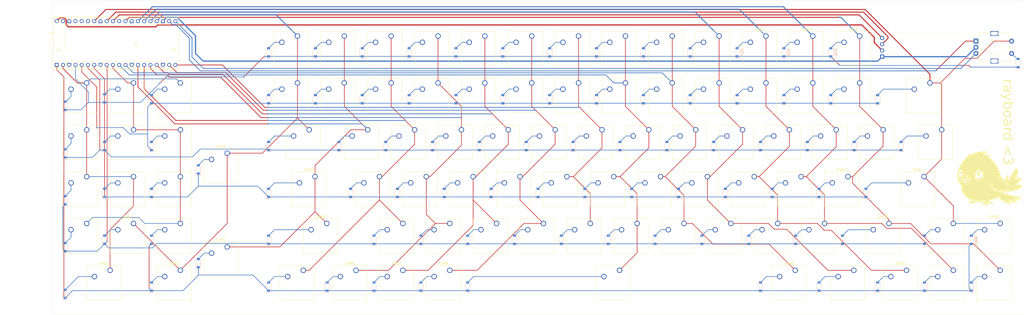
<source format=kicad_pcb>
(kicad_pcb (version 20240108) (generator "pcbnew") (generator_version "8.0")
  (layers (0 "F.Cu" signal) (31 "B.Cu" signal) (34 "B.Paste" user) (35 "F.Paste" user) (36 "B.SilkS" user "B.Silkscreen") (37 "F.SilkS" user "F.Silkscreen") (38 "B.Mask" user) (39 "F.Mask" user) (44 "Edge.Cuts" user))
  (net 0 "")
  (net 1 "col 16")
  (net 2 "Net-(D1-A)")
  (net 3 "Net-(D2-A)")
  (net 4 "Net-(D3-A)")
  (net 5 "Net-(D4-A)")
  (net 6 "Net-(D5-A)")
  (net 7 "Net-(D6-A)")
  (net 8 "Net-(D7-A)")
  (net 9 "Net-(D8-A)")
  (net 10 "Net-(D9-A)")
  (net 11 "Net-(D10-A)")
  (net 12 "Net-(D11-A)")
  (net 13 "Net-(D12-A)")
  (net 14 "Net-(D13-A)")
  (net 15 "clock")
  (net 16 "GND")
  (net 17 "+5V")
  (net 18 "Net-(D17-A)")
  (net 19 "Net-(D18-A)")
  (net 20 "Net-(D19-A)")
  (net 21 "Net-(D20-A)")
  (net 22 "Net-(D21-A)")
  (net 23 "Net-(D22-A)")
  (net 24 "Net-(D23-A)")
  (net 25 "Net-(D24-A)")
  (net 26 "Net-(D25-A)")
  (net 27 "Net-(D26-A)")
  (net 28 "Net-(D27-A)")
  (net 29 "Net-(D28-A)")
  (net 30 "Net-(D29-A)")
  (net 31 "Net-(D30-A)")
  (net 32 "Net-(D31-A)")
  (net 33 "Net-(D32-A)")
  (net 34 "Net-(D33-A)")
  (net 35 "Net-(D34-A)")
  (net 36 "Net-(D35-A)")
  (net 37 "Net-(D36-A)")
  (net 38 "Net-(D37-A)")
  (net 39 "Net-(D38-A)")
  (net 40 "Net-(D39-A)")
  (net 41 "Net-(D40-A)")
  (net 42 "Net-(D41-A)")
  (net 43 "Net-(D42-A)")
  (net 44 "Net-(D43-A)")
  (net 45 "Net-(D44-A)")
  (net 46 "Net-(D45-A)")
  (net 47 "Net-(D46-A)")
  (net 48 "Net-(D47-A)")
  (net 49 "Net-(D48-A)")
  (net 50 "Net-(D49-A)")
  (net 51 "Net-(D50-A)")
  (net 52 "Net-(D51-A)")
  (net 53 "Net-(D52-A)")
  (net 54 "Net-(D53-A)")
  (net 55 "Net-(D54-A)")
  (net 56 "Net-(D58-A)")
  (net 57 "Net-(D59-A)")
  (net 58 "Net-(D60-A)")
  (net 59 "Net-(D61-A)")
  (net 60 "Net-(D62-A)")
  (net 61 "Net-(D63-A)")
  (net 62 "Net-(D64-A)")
  (net 63 "Net-(D65-A)")
  (net 64 "Net-(D66-A)")
  (net 65 "Net-(D67-A)")
  (net 66 "Net-(D68-A)")
  (net 67 "Net-(D69-A)")
  (net 68 "Net-(D70-A)")
  (net 69 "Net-(D71-A)")
  (net 70 "Net-(D72-A)")
  (net 71 "Net-(D73-A)")
  (net 72 "Net-(D74-A)")
  (net 73 "Net-(D75-A)")
  (net 74 "Net-(D76-A)")
  (net 75 "Net-(D77-A)")
  (net 76 "Net-(D78-A)")
  (net 77 "Net-(D79-A)")
  (net 78 "Net-(D80-A)")
  (net 79 "Net-(D81-A)")
  (net 80 "Net-(D82-A)")
  (net 81 "Net-(D83-A)")
  (net 82 "Net-(D84-A)")
  (net 83 "Net-(D85-A)")
  (net 84 "Net-(D86-A)")
  (net 85 "Net-(D87-A)")
  (net 86 "Net-(D88-A)")
  (net 87 "Net-(D89-A)")
  (net 88 "Net-(D90-A)")
  (net 89 "Net-(D91-A)")
  (net 90 "row 6")
  (net 91 "Net-(D92-A)")
  (net 92 "Net-(D93-A)")
  (net 93 "Net-(D94-A)")
  (net 94 "Net-(D14-A)")
  (net 95 "Net-(D15-A)")
  (net 96 "Net-(D16-A)")
  (net 97 "col 1")
  (net 98 "col 3")
  (net 99 "col 4")
  (net 100 "col 5")
  (net 101 "col 6")
  (net 102 "col 7")
  (net 103 "col 8")
  (net 104 "col 9")
  (net 105 "col 10")
  (net 106 "col 11")
  (net 107 "col 12")
  (net 108 "col 13")
  (net 109 "col 14")
  (net 110 "col 15")
  (net 111 "col 2")
  (net 112 "data")
  (net 122 "Net-(D55-A)")
  (net 123 "Net-(D56-A)")
  (net 124 "Net-(D57-A)")
  (net 126 "row 1")
  (net 127 "row 2")
  (net 128 "row 3")
  (net 129 "row 4")
  (net 130 "row 5")
  (net 132 "Net-(D95-A)")
  (net 133 "encA")
  (net 134 "encB")
  (footprint "Button_Switch_Keyboard:SW_Cherry_MX_1.00u_PCB" (layer "F.Cu") (at 312.181875 160.81375)
    (property "Reference" "SW74" (hide yes))
    (property "Value" "SW_Push_45deg" (hide yes))
  )
  (footprint "Button_Switch_Keyboard:SW_Cherry_MX_1.00u_PCB" (layer "F.Cu") (at 345.519375 84.61375)
    (property "Reference" "SW13" (hide yes))
    (property "Value" "SW_Push_45deg" (hide yes))
  )
  (footprint "Button_Switch_Keyboard:SW_Cherry_MX_1.00u_PCB" (layer "F.Cu") (at 207.406875 141.76375)
    (property "Reference" "SW53" (hide yes))
    (property "Value" "SW_Push_45deg" (hide yes))
  )
  (footprint "Button_Switch_Keyboard:SW_Cherry_MX_1.00u_PCB" (layer "F.Cu") (at 274.081875 160.81375)
    (property "Reference" "SW72" (hide yes))
    (property "Value" "SW_Push_45deg" (hide yes))
  )
  (footprint "LOGO" (layer "F.Cu") (at 455.66 142.92)
    (property "Reference" "G***")
    (property "Value" "LOGO" (hide yes))
  )
  (footprint "Button_Switch_Keyboard:SW_Cherry_MX_1.00u_PCB" (layer "F.Cu") (at 107.394375 103.66375)
    (property "Reference" "SW3" (hide yes))
    (property "Value" "SW_Push_45deg" (hide yes))
  )
  (footprint "Button_Switch_Keyboard:SW_Cherry_MX_1.00u_PCB" (layer "F.Cu") (at 126.444375 141.76375)
    (property "Reference" "SW50" (hide yes))
    (property "Value" "SW_Push_45deg" (hide yes))
  )
  (footprint "Button_Switch_Keyboard:SW_Cherry_MX_1.00u_PCB" (layer "F.Cu") (at 331.231875 160.81375)
    (property "Reference" "SW75" (hide yes))
    (property "Value" "SW_Push_45deg" (hide yes))
  )
  (footprint "Button_Switch_Keyboard:SW_Cherry_MX_1.00u_PCB" (layer "F.Cu") (at 359.806875 141.76375)
    (property "Reference" "SW61" (hide yes))
    (property "Value" "SW_Push_45deg" (hide yes))
  )
  (footprint "Button_Switch_Keyboard:SW_Cherry_MX_1.00u_PCB" (layer "F.Cu") (at 364.569375 84.61375)
    (property "Reference" "SW14")
    (property "Value" "SW_Push_45deg")
  )
  (footprint "Button_Switch_Keyboard:SW_Cherry_MX_1.00u_PCB" (layer "F.Cu") (at 412.194375 122.71375)
    (property "Reference" "SW47" (hide yes))
    (property "Value" "SW_Push_45deg" (hide yes))
  )
  (footprint "Button_Switch_Keyboard:SW_Cherry_MX_1.00u_PCB" (layer "F.Cu") (at 288.369375 103.66375)
    (property "Reference" "SW25" (hide yes))
    (property "Value" "SW_Push_45deg" (hide yes))
  )
  (footprint "Button_Switch_Keyboard:SW_Cherry_MX_1.75u_PCB" (layer "F.Cu") (at 414.575625 160.81375)
    (property "Reference" "SW79")
    (property "Value" "SW_Push_45deg")
  )
  (footprint "KiCad-SSD1306-0.91-OLED-4pin-128x32:SSD1306-0.91-OLED-4pin-128x32" (layer "F.Cu") (at 448.30375 95.181875 180)
    (property "Reference" "Brd1" (hide yes))
    (property "Value" "SSD1206" (hide yes))
  )
  (footprint "Button_Switch_Keyboard:SW_Cherry_MX_2.00u_PCB" (layer "F.Cu") (at 431.244375 103.66375)
    (property "Reference" "SW32" (hide yes))
    (property "Value" "SW_Push_45deg" (hide yes))
  )
  (footprint "Button_Switch_Keyboard:SW_Cherry_MX_1.25u_PCB" (layer "F.Cu") (at 376.475625 179.86375)
    (property "Reference" "SW90")
    (property "Value" "SW_Push_45deg")
  )
  (footprint "Button_Switch_Keyboard:SW_Cherry_MX_2.25u_PCB" (layer "F.Cu") (at 185.975625 160.81375)
    (property "Reference" "SW68")
    (property "Value" "SW_Push_45deg")
  )
  (footprint "Button_Switch_Keyboard:SW_Cherry_MX_1.00u_PCB" (layer "F.Cu") (at 107.394375 141.76375)
    (property "Reference" "SW49" (hide yes))
    (property "Value" "SW_Push_45deg" (hide yes))
  )
  (footprint "Button_Switch_Keyboard:SW_Cherry_MX_1.00u_PCB" (layer "F.Cu") (at 307.419375 84.61375)
    (property "Reference" "SW11" (hide yes))
    (property "Value" "SW_Push_45deg" (hide yes))
  )
  (footprint "Button_Switch_Keyboard:SW_Cherry_MX_2.00u_PCB" (layer "F.Cu") (at 97.869375 179.86375)
    (property "Reference" "SW81")
    (property "Value" "SW_Push_45deg")
  )
  (footprint "Button_Switch_Keyboard:SW_Cherry_MX_1.00u_PCB" (layer "F.Cu") (at 302.656875 141.76375)
    (property "Reference" "SW58" (hide yes))
    (property "Value" "SW_Push_45deg" (hide yes))
  )
  (footprint "Button_Switch_Keyboard:SW_Cherry_MX_1.00u_PCB" (layer "F.Cu") (at 264.556875 141.76375)
    (property "Reference" "SW56" (hide yes))
    (property "Value" "SW_Push_45deg" (hide yes))
  )
  (footprint "Button_Switch_Keyboard:SW_Cherry_MX_1.00u_PCB" (layer "F.Cu") (at 440.769375 160.81375)
    (property "Reference" "SW80" (hide yes))
    (property "Value" "SW_Push_45deg" (hide yes))
  )
  (footprint "Button_Switch_Keyboard:SW_Cherry_MX_1.00u_PCB" (layer "F.Cu") (at 231.219375 84.61375)
    (property "Reference" "SW7" (hide yes))
    (property "Value" "SW_Push_45deg" (hide yes))
  )
  (footprint "Button_Switch_Keyboard:SW_Cherry_MX_2.00u_Vertical_PCB" (layer "F.Cu") (at 145.494375 132.23875)
    (property "Reference" "SW51")
    (property "Value" "SW_Push_45deg")
  )
  (footprint "Button_Switch_Keyboard:SW_Cherry_MX_1.00u_PCB" (layer "F.Cu") (at 226.456875 141.76375)
    (property "Reference" "SW54" (hide yes))
    (property "Value" "SW_Push_45deg" (hide yes))
  )
  (footprint "Button_Switch_Keyboard:SW_Cherry_MX_1.00u_PCB" (layer "F.Cu") (at 383.619375 103.66375)
    (property "Reference" "SW30" (hide yes))
    (property "Value" "SW_Push_45deg" (hide yes))
  )
  (footprint "Button_Switch_Keyboard:SW_Cherry_MX_1.00u_PCB" (layer "F.Cu") (at 278.844375 122.71375)
    (property "Reference" "SW40" (hide yes))
    (property "Value" "SW_Push_45deg" (hide yes))
  )
  (footprint "Button_Switch_Keyboard:SW_Cherry_MX_1.00u_PCB" (layer "F.Cu") (at 326.469375 103.66375)
    (property "Reference" "SW27" (hide yes))
    (property "Value" "SW_Push_45deg" (hide yes))
  )
  (footprint "Button_Switch_Keyboard:SW_Cherry_MX_1.00u_PCB" (layer "F.Cu") (at 126.444375 179.86375)
    (property "Reference" "SW83")
    (property "Value" "SW_Push_45deg")
  )
  (footprint "Button_Switch_Keyboard:SW_Cherry_MX_1.00u_PCB" (layer "F.Cu") (at 240.744375 122.71375)
    (property "Reference" "SW38" (hide yes))
    (property "Value" "SW_Push_45deg" (hide yes))
  )
  (footprint "Button_Switch_Keyboard:SW_Cherry_MX_1.25u_PCB" (layer "F.Cu") (at 176.450625 179.86375)
    (property "Reference" "SW85" (hide yes))
    (property "Value" "SW_Push_45deg" (hide yes))
  )
  (footprint "Button_Switch_Keyboard:SW_Cherry_MX_1.00u_PCB" (layer "F.Cu") (at 250.269375 84.61375)
    (property "Reference" "SW8" (hide yes))
    (property "Value" "SW_Push_45deg" (hide yes))
  )
  (footprint "Button_Switch_Keyboard:SW_Cherry_MX_1.00u_PCB" (layer "F.Cu") (at 440.769375 179.86375)
    (property "Reference" "SW93" (hide yes))
    (property "Value" "SW_Push_45deg" (hide yes))
  )
  (footprint "Button_Switch_Keyboard:SW_Cherry_MX_1.00u_PCB" (layer "F.Cu") (at 231.219375 103.66375)
    (property "Reference" "SW22" (hide yes))
    (property "Value" "SW_Push_45deg" (hide yes))
  )
  (footprint "Button_Switch_Keyboard:SW_Cherry_MX_1.00u_PCB" (layer "F.Cu") (at 378.856875 141.76375)
    (property "Reference" "SW62" (hide yes))
    (property "Value" "SW_Push_45deg" (hide yes))
  )
  (footprint "Button_Switch_Keyboard:SW_Cherry_MX_1.00u_PCB" (layer "F.Cu") (at 107.394375 160.81375)
    (property "Reference" "SW67")
    (property "Value" "SW_Push_45deg")
  )
  (footprint "Button_Switch_Keyboard:SW_Cherry_MX_1.00u_PCB" (layer "F.Cu") (at 321.706875 141.76375)
    (property "Reference" "SW59" (hide yes))
    (property "Value" "SW_Push_45deg" (hide yes))
  )
  (footprint "Button_Switch_Keyboard:SW_Cherry_MX_1.00u_PCB" (layer "F.Cu") (at 355.044375 122.71375)
    (property "Reference" "SW44" (hide yes))
    (property "Value" "SW_Push_45deg" (hide yes))
  )
  (footprint "Button_Switch_Keyboard:SW_Cherry_MX_1.00u_PCB" (layer "F.Cu") (at 221.694375 122.71375)
    (property "Reference" "SW37" (hide yes))
    (property "Value" "SW_Push_45deg" (hide yes))
  )
  (footprint "Button_Switch_Keyboard:SW_Cherry_MX_1.00u_PCB" (layer "F.Cu") (at 307.419375 103.66375)
    (property "Reference" "SW26" (hide yes))
    (property "Value" "SW_Push_45deg" (hide yes))
  )
  (footprint "Button_Switch_Keyboard:SW_Cherry_MX_1.00u_PCB" (layer "F.Cu") (at 459.819375 179.86375)
    (property "Reference" "SW94" (hide yes))
    (property "Value" "SW_Push_45deg" (hide yes))
  )
  (footprint "Button_Switch_Keyboard:SW_Cherry_MX_1.00u_PCB" (layer "F.Cu") (at 245.506875 141.76375)
    (property "Reference" "SW55" (hide yes))
    (property "Value" "SW_Push_45deg" (hide yes))
  )
  (footprint "Module:RaspberryPi_Pico_Common_THT" (layer "F.Cu") (at 76.18 96.33 90)
    (property "Reference" "U1")
    (property "Value" "Pico")
  )
  (footprint "MountingHole:MountingHole_2.2mm_M2_DIN965" (layer "F.Cu") (at 76.81 93.13)
    (property "Reference" "H2")
    (property "Value" "MountingHole")
  )
  (footprint "Button_Switch_Keyboard:SW_Cherry_MX_1.00u_PCB" (layer "F.Cu") (at 397.906875 141.76375)
    (property "Reference" "SW63")
    (property "Value" "SW_Push_45deg")
  )
  (footprint "Button_Switch_Keyboard:SW_Cherry_MX_1.00u_PCB" (layer "F.Cu") (at 269.319375 84.61375)
    (property "Reference" "SW9" (hide yes))
    (property "Value" "SW_Push_45deg" (hide yes))
  )
  (footprint "Button_Switch_Keyboard:SW_Cherry_MX_1.00u_PCB" (layer "F.Cu") (at 193.119375 84.61375)
    (property "Reference" "SW5" (hide yes))
    (property "Value" "SW_Push_45deg" (hide yes))
  )
  (footprint "Button_Switch_Keyboard:SW_Cherry_MX_1.00u_PCB" (layer "F.Cu") (at 88.344375 103.66375)
    (property "Reference" "SW2" (hide yes))
    (property "Value" "SW_Push_45deg" (hide yes))
  )
  (footprint "Button_Switch_Keyboard:SW_Cherry_MX_2.00u_Vertical_PCB" (layer "F.Cu") (at 145.494375 170.33875)
    (property "Reference" "SW84")
    (property "Value" "SW_Push_45deg")
  )
  (footprint "Button_Switch_Keyboard:SW_Cherry_MX_1.00u_PCB" (layer "F.Cu") (at 126.444375 122.71375)
    (property "Reference" "SW18" (hide yes))
    (property "Value" "SW_Push_45deg" (hide yes))
  )
  (footprint "Button_Switch_Keyboard:SW_Cherry_MX_1.00u_PCB" (layer "F.Cu") (at 297.894375 122.71375)
    (property "Reference" "SW41" (hide yes))
    (property "Value" "SW_Push_45deg" (hide yes))
  )
  (footprint "Button_Switch_Keyboard:SW_Cherry_MX_1.00u_PCB" (layer "F.Cu") (at 212.169375 103.66375)
    (property "Reference" "SW21" (hide yes))
    (property "Value" "SW_Push_45deg" (hide yes))
  )
  (footprint "Button_Switch_Keyboard:SW_Cherry_MX_1.00u_PCB" (layer "F.Cu") (at 345.519375 103.66375)
    (property "Reference" "SW28" (hide yes))
    (property "Value" "SW_Push_45deg" (hide yes))
  )
  (footprint "Button_Switch_Keyboard:SW_Cherry_MX_1.00u_PCB" (layer "F.Cu") (at 374.094375 122.71375)
    (property "Reference" "SW45" (hide yes))
    (property "Value" "SW_Push_45deg" (hide yes))
  )
  (footprint "Button_Switch_Keyboard:SW_Cherry_MX_1.00u_PCB" (layer "F.Cu") (at 212.169375 84.61375)
    (property "Reference" "SW6" (hide yes))
    (property "Value" "SW_Push_45deg" (hide yes))
  )
  (footprint "Button_Switch_Keyboard:SW_Cherry_MX_1.25u_PCB" (layer "F.Cu") (at 400.288125 179.86375)
    (property "Reference" "SW91" (hide yes))
    (property "Value" "SW_Push_45deg" (hide yes))
  )
  (footprint "Button_Switch_Keyboard:SW_Cherry_MX_1.00u_PCB" (layer "F.Cu") (at 421.719375 179.86375)
    (property "Reference" "SW92")
    (property "Value" "SW_Push_45deg")
  )
  (footprint "Button_Switch_Keyboard:SW_Cherry_MX_1.00u_PCB" (layer "F.Cu") (at 293.131875 160.81375)
    (property "Reference" "SW73" (hide yes))
    (property "Value" "SW_Push_45deg" (hide yes))
  )
  (footprint "Button_Switch_Keyboard:SW_Cherry_MX_1.00u_PCB" (layer "F.Cu") (at 364.569375 103.66375)
    (property "Reference" "SW29" (hide yes))
    (property "Value" "SW_Push_45deg" (hide yes))
  )
  (footprint "Rotary_Encoder:RotaryEncoder_Alps_EC11E-Switch_Vertical_H20mm" (layer "F.Cu") (at 449.95 86.678125)
    (property "Reference" "SW1" (hide yes))
    (property "Value" "RotaryEncoder_Switch" (hide yes))
  )
  (footprint "Button_Switch_Keyboard:SW_Cherry_MX_1.00u_PCB" (layer "F.Cu") (at 235.981875 179.86375)
    (property "Reference" "SW88")
    (property "Value" "SW_Push_45deg")
  )
  (footprint "Button_Switch_Keyboard:SW_Cherry_MX_6.25u_PCB" (layer "F.Cu") (at 305.038125 179.86375)
    (property "Reference" "SW89" (hide yes))
    (property "Value" "SW_Push_45deg" (hide yes))
  )
  (footprint "Button_Switch_Keyboard:SW_Cherry_MX_1.00u_PCB" (layer "F.Cu") (at 126.444375 160.81375)
    (property "Reference" "SW82" (hide yes))
    (property "Value" "SW_Push_45deg" (hide yes))
  )
  (footprint "Button_Switch_Keyboard:SW_Cherry_MX_1.00u_PCB" (layer "F.Cu") (at 326.469375 84.61375)
    (property "Reference" "SW12" (hide yes))
    (property "Value" "SW_Push_45deg" (hide yes))
  )
  (footprint "Button_Switch_Keyboard:SW_Cherry_MX_1.00u_PCB" (layer "F.Cu") (at 269.319375 103.66375)
    (property "Reference" "SW24" (hide yes))
    (property "Value" "SW_Push_45deg" (hide yes))
  )
  (footprint "MountingHole:MountingHole_2.2mm_M2_DIN965" (layer "F.Cu") (at 123.81 93.13)
    (property "Reference" "H3")
    (property "Value" "MountingHole")
  )
  (footprint "Button_Switch_Keyboard:SW_Cherry_MX_1.75u_PCB" (layer "F.Cu") (at 181.213125 141.76375)
    (property "Reference" "SW52")
    (property "Value" "SW_Push_45deg")
  )
  (footprint "Button_Switch_Keyboard:SW_Cherry_MX_1.00u_PCB" (layer "F.Cu") (at 383.619375 84.61375)
    (property "Reference" "SW15")
    (property "Value" "SW_Push_45deg")
  )
  (footprint "Button_Switch_Keyboard:SW_Cherry_MX_1.00u_PCB" (layer "F.Cu") (at 250.269375 103.66375)
    (property "Reference" "SW23" (hide yes))
    (property "Value" "SW_Push_45deg" (hide yes))
  )
  (footprint "Button_Switch_Keyboard:SW_Cherry_MX_1.00u_PCB" (layer "F.Cu") (at 174.069375 84.61375)
    (property "Reference" "SW4" (hide yes))
    (property "Value" "SW_Push_45deg" (hide yes))
  )
  (footprint "Button_Switch_Keyboard:SW_Cherry_MX_1.00u_PCB" (layer "F.Cu") (at 174.069375 103.66375)
    (property "Reference" "SW19" (hide yes))
    (property "Value" "SW_Push_45deg" (hide yes))
  )
  (footprint "Button_Switch_Keyboard:SW_Cherry_MX_1.00u_PCB" (layer "F.Cu") (at 393.144375 122.71375)
    (property "Reference" "SW46" (hide yes))
    (property "Value" "SW_Push_45deg" (hide yes))
  )
  (footprint "Button_Switch_Keyboard:SW_Cherry_MX_1.00u_PCB" (layer "F.Cu") (at 402.66937 84.61375)
    (property "Reference" "SW16")
    (property "Value" "SW_Push_45deg")
  )
  (footprint "Button_Switch_Keyboard:SW_Cherry_MX_1.00u_PCB" (layer "F.Cu") (at 88.344375 141.76375)
    (property "Reference" "SW65" (hide yes))
    (property "Value" "SW_Push_45deg" (hide yes))
  )
  (footprint "Button_Switch_Keyboard:SW_Cherry_MX_1.50u_PCB" (layer "F.Cu") (at 436.006875 122.71375)
    (property "Reference" "SW48" (hide yes))
    (property "Value" "SW_Push_45deg" (hide yes))
  )
  (footprint "Button_Switch_Keyboard:SW_Cherry_MX_1.00u_PCB" (layer "F.Cu") (at 335.994375 122.71375)
    (property "Reference" "SW43" (hide yes))
    (property "Value" "SW_Push_45deg" (hide yes))
  )
  (footprint "Button_Switch_Keyboard:SW_Cherry_MX_1.00u_PCB" (layer "F.Cu") (at 235.981875 160.81375)
    (property "Reference" "SW70" (hide yes))
    (property "Value" "SW_Push_45deg" (hide yes))
  )
  (footprint "Button_Switch_Keyboard:SW_Cherry_MX_1.00u_PCB" (layer "F.Cu") (at 283.606875 141.76375)
    (property "Reference" "SW57" (hide yes))
    (property "Value" "SW_Push_45deg" (hide yes))
  )
  (footprint "Button_Switch_Keyboard:SW_Cherry_MX_1.50u_PCB" (layer "F.Cu") (at 178.831875 122.71375)
    (property "Reference" "SW35" (hide yes))
    (property "Value" "SW_Push_45deg" (hide yes))
  )
  (footprint "Button_Switch_Keyboard:SW_Cherry_MX_1.00u_PCB" (layer "F.Cu") (at 107.394375 122.71375)
    (property "Reference" "SW34" (hide yes))
    (property "Value" "SW_Push_45deg" (hide yes))
  )
  (footprint "Button_Switch_Keyboard:SW_Cherry_MX_1.00u_PCB" (layer "F.Cu") (at 369.331875 160.81375)
    (property "Reference" "SW77" (hide yes))
    (property "Value" "SW_Push_45deg" (hide yes))
  )
  (footprint "Button_Switch_Keyboard:SW_Cherry_MX_1.00u_PCB" (layer "F.Cu") (at 288.369375 84.61375)
    (property "Reference" "SW10" (hide yes))
    (property "Value" "SW_Push_45deg" (hide yes))
  )
  (footprint "Button_Switch_Keyboard:SW_Cherry_MX_1.00u_PCB" (layer "F.Cu") (at 255.031875 160.81375)
    (property "Reference" "SW71" (hide yes))
    (property "Value" "SW_Push_45deg" (hide yes))
  )
  (footprint "Button_Switch_Keyboard:SW_Cherry_MX_2.25u_PCB" (layer "F.Cu") (at 428.863125 141.76375)
    (property "Reference" "SW64")
    (property "Value" "SW_Push_45deg")
  )
  (footprint "Button_Switch_Keyboard:SW_Cherry_MX_1.00u_PCB" (layer "F.Cu") (at 88.344375 160.81375)
    (property "Reference" "SW66" (hide yes))
    (property "Value" "SW_Push_45deg" (hide yes))
  )
  (footprint "MountingHole:MountingHole_2.2mm_M2_DIN965" (layer "F.Cu") (at 76.81 81.73)
    (property "Reference" "H1")
    (property "Value" "MountingHole")
  )
  (footprint "Button_Switch_Keyboard:SW_Cherry_MX_1.00u_PCB" (layer "F.Cu") (at 88.344375 122.71375)
    (property "Reference" "SW33" (hide yes))
    (property "Value" "SW_Push_45deg" (hide yes))
  )
  (footprint "Button_Switch_Keyboard:SW_Cherry_MX_1.00u_PCB" (layer "F.Cu") (at 259.794375 122.71375)
    (property "Reference" "SW39" (hide yes))
    (property "Value" "SW_Push_45deg" (hide yes))
  )
  (footprint "Button_Switch_Keyboard:SW_Cherry_MX_1.00u_PCB" (layer "F.Cu") (at 202.644375 122.71375)
    (property "Reference" "SW36" (hide yes))
    (property "Value" "SW_Push_45deg" (hide yes))
  )
  (footprint "Button_Switch_Keyboard:SW_Cherry_MX_1.00u_PCB" (layer "F.Cu") (at 316.944375 122.71375)
    (property "Reference" "SW42" (hide yes))
    (property "Value" "SW_Push_45deg" (hide yes))
  )
  (footprint "Button_Switch_Keyboard:SW_Cherry_MX_1.00u_PCB" (layer "F.Cu") (at 193.119375 103.66375)
    (property "Reference" "SW20" (hide yes))
    (property "Value" "SW_Push_45deg" (hide yes))
  )
  (footprint "Button_Switch_Keyboard:SW_Cherry_MX_1.00u_PCB" (layer "F.Cu") (at 350.281875 160.81375)
    (property "Reference" "SW76" (hide yes))
    (property "Value" "SW_Push_45deg" (hide yes))
  )
  (footprint "Button_Switch_Keyboard:SW_Cherry_MX_1.00u_PCB" (layer "F.Cu") (at 197.881875 179.86375)
    (property "Reference" "SW86")
    (property "Value" "SW_Push_45deg")
  )
  (footprint "Button_Switch_Keyboard:SW_Cherry_MX_1.00u_PCB" (layer "F.Cu") (at 216.931875 160.81375)
    (property "Reference" "SW69" (hide yes))
    (property "Value" "SW_Push_45deg" (hide yes))
  )
  (footprint "Button_Switch_Keyboard:SW_Cherry_MX_1.00u_PCB" (layer "F.Cu") (at 216.931875 179.86375)
    (property "Reference" "SW87")
    (property "Value" "SW_Push_45deg")
  )
  (footprint "Button_Switch_Keyboard:SW_Cherry_MX_1.00u_PCB" (layer "F.Cu") (at 126.444375 103.66375)
    (property "Reference" "SW17" (hide yes))
    (property "Value" "SW_Push_45deg" (hide yes))
  )
  (footprint "Button_Switch_Keyboard:SW_Cherry_MX_1.00u_PCB" (layer "F.Cu") (at 459.819375 160.81375)
    (property "Reference" "SW95")
    (property "Value" "SW_Push_45deg")
  )
  (footprint "Button_Switch_Keyboard:SW_Cherry_MX_1.00u_PCB" (layer "F.Cu") (at 340.756875 141.76375)
    (property "Reference" "SW60" (hide yes))
    (property "Value" "SW_Push_45deg" (hide yes))
  )
  (footprint "Button_Switch_Keyboard:SW_Cherry_MX_1.00u_PCB" (layer "F.Cu") (at 388.381875 160.81375)
    (property "Reference" "SW78" (hide yes))
    (property "Value" "SW_Push_45deg" (hide yes))
  )
  (footprint "Button_Switch_Keyboard:SW_Cherry_MX_1.00u_PCB" (layer "F.Cu") (at 402.669375 103.66375)
    (property "Reference" "SW31" (hide yes))
    (property "Value" "SW_Push_45deg" (hide yes))
  )
  (footprint "Diode_SMD:D_SOD-123" (layer "B.Cu") (at 390.921875 110.26875 90)
    (property "Reference" "D31" (hide yes))
    (property "Value" "1N4148" (hide yes))
  )
  (footprint "Diode_SMD:D_SOD-123" (layer "B.Cu") (at 200.421875 110.26875 90)
    (property "Reference" "D21" (hide yes))
    (property "Value" "1N4148" (hide yes))
  )
  (footprint "Diode_SMD:D_SOD-123" (layer "B.Cu") (at 238.521875 91.21875 90)
    (property "Reference" "D8" (hide yes))
    (property "Value" "1N4148" (hide yes))
  )
  (footprint "Diode_SMD:D_SOD-123" (layer "B.Cu") (at 238.521875 110.26875 90)
    (property "Reference" "D23" (hide yes))
    (property "Value" "1N4148" (hide yes))
  )
  (footprint "Diode_SMD:D_SOD-123" (layer "B.Cu") (at 362.346875 129.31875 90)
    (property "Reference" "D45" (hide yes))
    (property "Value" "1N4148" (hide yes))
  )
  (footprint "Diode_SMD:D_SOD-123" (layer "B.Cu") (at 467.121875 95.584375 90)
    (property "Reference" "D1" (hide yes))
    (property "Value" "1N4148" (hide yes))
  )
  (footprint "Diode_SMD:D_SOD-123" (layer "B.Cu") (at 243.284375 167.41875 90)
    (property "Reference" "D71" (hide yes))
    (property "Value" "1N4148" (hide yes))
  )
  (footprint "Diode_SMD:D_SOD-123" (layer "B.Cu") (at 300.434375 167.41875 90)
    (property "Reference" "D74" (hide yes))
    (property "Value" "1N4148" (hide yes))
  )
  (footprint "Diode_SMD:D_SOD-123" (layer "B.Cu") (at 271.859375 148.36875 90)
    (property "Reference" "D57" (hide yes))
    (property "Value" "1N4148" (hide yes))
  )
  (footprint "Diode_SMD:D_SOD-123" (layer "B.Cu") (at 286.146875 129.31875 90)
    (property "Reference" "D41" (hide yes))
    (property "Value" "1N4148" (hide yes))
  )
  (footprint "Diode_SMD:D_SOD-123" (layer "B.Cu") (at 79.596875 189.46875 90)
    (property "Reference" "D81" (hide yes))
    (property "Value" "1N4148" (hide yes))
  )
  (footprint "Diode_SMD:D_SOD-123" (layer "B.Cu") (at 133.746875 176.94375 90)
    (property "Reference" "D84" (hide yes))
    (property "Value" "1N4148" (hide yes))
  )
  (footprint "Diode_SMD:D_SOD-123" (layer "B.Cu") (at 362.346875 186.46875 90)
    (property "Reference" "D90" (hide yes))
    (property "Value" "1N4148" (hide yes))
  )
  (footprint "Diode_SMD:D_SOD-123" (layer "B.Cu") (at 162.321875 129.31875 90)
    (property "Reference" "D35" (hide yes))
    (property "Value" "1N4148" (hide yes))
  )
  (footprint "Diode_SMD:D_SOD-123" (layer "B.Cu") (at 133.746875 138.84375 90)
    (property "Reference" "D51" (hide yes))
    (property "Value" "1N4148" (hide yes))
  )
  (footprint "Diode_SMD:D_SOD-123" (layer "B.Cu") (at 114.696875 110.26875 90)
    (property "Reference" "D17" (hide yes))
    (property "Value" "1N4148" (hide yes))
  )
  (footprint "Diode_SMD:D_SOD-123" (layer "B.Cu") (at 343.296875 129.31875 90)
    (property "Reference" "D44" (hide yes))
    (property "Value" "1N4148" (hide yes))
  )
  (footprint "Diode_SMD:D_SOD-123" (layer "B.Cu") (at 295.671875 110.26875 90)
    (property "Reference" "D26" (hide yes))
    (property "Value" "1N4148" (hide yes))
  )
  (footprint "Diode_SMD:D_SOD-123" (layer "B.Cu") (at 200.421875 91.21875 90)
    (property "Reference" "D6" (hide yes))
    (property "Value" "1N4148" (hide yes))
  )
  (footprint "Diode_SMD:D_SOD-123" (layer "B.Cu") (at 95.646875 109.934375 90)
    (property "Reference" "D3" (hide yes))
    (property "Value" "1N4148" (hide yes))
  )
  (footprint "Diode_SMD:D_SOD-123" (layer "B.Cu") (at 79.596875 151.36875 90)
    (property "Reference" "D65" (hide yes))
    (property "Value" "1N4148" (hide yes))
  )
  (footprint "Diode_SMD:D_SOD-123" (layer "B.Cu") (at 295.671875 91.21875 90)
    (property "Reference" "D11" (hide yes))
    (property "Value" "1N4148" (hide yes))
  )
  (footprint "Diode_SMD:D_SOD-123" (layer "B.Cu") (at 205.184375 186.46875 90)
    (property "Reference" "D87" (hide yes))
    (property "Value" "1N4148" (hide yes))
  )
  (footprint "Diode_SMD:D_SOD-123" (layer "B.Cu") (at 281.384375 167.41875 90)
    (property "Reference" "D73" (hide yes))
    (property "Value" "1N4148" (hide yes))
  )
  (footprint "Diode_SMD:D_SOD-123" (layer "B.Cu") (at 162.321875 110.26875 90)
    (property "Reference" "D19" (hide yes))
    (property "Value" "1N4148" (hide yes))
  )
  (footprint "Diode_SMD:D_SOD-123" (layer "B.Cu") (at 333.771875 110.26875 90)
    (property "Reference" "D28" (hide yes))
    (property "Value" "1N4148" (hide yes))
  )
  (footprint "Diode_SMD:D_SOD-123" (layer "B.Cu") (at 252.809375 148.36875 90)
    (property "Reference" "D56" (hide yes))
    (property "Value" "1N4148" (hide yes))
  )
  (footprint "Diode_SMD:D_SOD-123" (layer "B.Cu") (at 257.571875 110.26875 90)
    (property "Reference" "D24" (hide yes))
    (property "Value" "1N4148" (hide yes))
  )
  (footprint "Diode_SMD:D_SOD-123" (layer "B.Cu") (at 243.284375 186.46875 90)
    (property "Reference" "D89" (hide yes))
    (property "Value" "1N4148" (hide yes))
  )
  (footprint "Diode_SMD:D_SOD-123" (layer "B.Cu") (at 338.534375 167.41875 90)
    (property "Reference" "D76" (hide yes))
    (property "Value" "1N4148" (hide yes))
  )
  (footprint "Diode_SMD:D_SOD-123" (layer "B.Cu") (at 290.909375 148.36875 90)
    (property "Reference" "D58" (hide yes))
    (property "Value" "1N4148" (hide yes))
  )
  (footprint "Diode_SMD:D_SOD-123" (layer "B.Cu") (at 386.159375 186.46875 90)
    (property "Reference" "D91" (hide yes))
    (property "Value" "1N4148" (hide yes))
  )
  (footprint "Diode_SMD:D_SOD-123" (layer "B.Cu") (at 305.196875 129.31875 90)
    (property "Reference" "D42" (hide yes))
    (property "Value" "1N4148" (hide yes))
  )
  (footprint "Diode_SMD:D_SOD-123" (layer "B.Cu") (at 181.371875 91.21875 90)
    (property "Reference" "D5" (hide yes))
    (property "Value" "1N4148" (hide yes))
  )
  (footprint "Diode_SMD:D_SOD-123" (layer "B.Cu") (at 357.584375 167.41875 90)
    (property "Reference" "D77" (hide yes))
    (property "Value" "1N4148" (hide yes))
  )
  (footprint "Diode_SMD:D_SOD-123" (layer "B.Cu") (at 248.046875 129.31875 90)
    (property "Reference" "D39" (hide yes))
    (property "Value" "1N4148" (hide yes))
  )
  (footprint "Diode_SMD:D_SOD-123" (layer "B.Cu") (at 348.059375 148.36875 90)
    (property "Reference" "D61" (hide yes))
    (property "Value" "1N4148" (hide yes))
  )
  (footprint "Diode_SMD:D_SOD-123" (layer "B.Cu") (at 314.721875 91.21875 90)
    (property "Reference" "D12" (hide yes))
    (property "Value" "1N4148" (hide yes))
  )
  (footprint "Diode_SMD:D_SOD-123" (layer "B.Cu") (at 371.871875 110.26875 90)
    (property "Reference" "D30" (hide yes))
    (property "Value" "1N4148" (hide yes))
  )
  (footprint "Diode_SMD:D_SOD-123" (layer "B.Cu") (at 95.646875 129.31875 90)
    (property "Reference" "D34" (hide yes))
    (property "Value" "1N4148" (hide yes))
  )
  (footprint "Diode_SMD:D_SOD-123" (layer "B.Cu") (at 314.721875 110.26875 90)
    (property "Reference" "D27" (hide yes))
    (property "Value" "1N4148" (hide yes))
  )
  (footprint "Diode_SMD:D_SOD-123" (layer "B.Cu") (at 205.184375 167.41875 90)
    (property "Reference" "D69" (hide yes))
    (property "Value" "1N4148" (hide yes))
  )
  (footprint "Diode_SMD:D_SOD-123" (layer "B.Cu") (at 114.696875 167.41875 90)
    (property "Reference" "D82" (hide yes))
    (property "Value" "1N4148" (hide yes))
  )
  (footprint "Diode_SMD:D_SOD-123" (layer "B.Cu") (at 400.446875 129.31875 90)
    (property "Reference" "D47" (hide yes))
    (property "Value" "1N4148" (hide yes))
  )
  (footprint "Diode_SMD:D_SOD-123" (layer "B.Cu") (at 409.971875 110.26875 90)
    (property "Reference" "D32" (hide yes))
    (property "Value" "1N4148" (hide yes))
  )
  (footprint "Diode_SMD:D_SOD-123" (layer "B.Cu") (at 95.646875 148.36875 90)
    (property "Reference" "D49" (hide yes))
    (property "Value" "1N4148" (hide yes))
  )
  (footprint "Diode_SMD:D_SOD-123" (layer "B.Cu") (at 114.696875 186.46875 90)
    (property "Reference" "D83" (hide yes))
    (property "Value" "1N4148" (hide yes))
  )
  (footprint "Diode_SMD:D_SOD-123" (layer "B.Cu") (at 395.684375 167.41875 90)
    (property "Reference" "D79" (hide yes))
    (property "Value" "1N4148" (hide yes))
  )
  (footprint "Diode_SMD:D_SOD-123" (layer "B.Cu") (at 276.621875 91.21875 90)
    (property "Reference" "D10" (hide yes))
    (property "Value" "1N4148" (hide yes))
  )
  (footprint "Diode_SMD:D_SOD-123" (layer "B.Cu") (at 114.696875 129.31875 90)
    (property "Reference" "D18" (hide yes))
    (property "Value" "1N4148" (hide yes))
  )
  (footprint "Diode_SMD:D_SOD-123" (layer "B.Cu") (at 95.646875 167.41875 90)
    (property "Reference" "D67" (hide yes))
    (property "Value" "1N4148" (hide yes))
  )
  (footprint "Diode_SMD:D_SOD-123" (layer "B.Cu") (at 376.634375 167.41875 90)
    (property "Reference" "D78" (hide yes))
    (property "Value" "1N4148" (hide yes))
  )
  (footprint "Diode_SMD:D_SOD-123" (layer "B.Cu") (at 352.821875 91.21875 90)
    (property "Reference" "D14")
    (property "Value" "1N4148")
  )
  (footprint "Diode_SMD:D_SOD-123" (layer "B.Cu") (at 429.021875 186.46875 90)
    (property "Reference" "D93" (hide yes))
    (property "Value" "1N4148" (hide yes))
  )
  (footprint "Diode_SMD:D_SOD-123" (layer "B.Cu") (at 429.021875 167.41875 90)
    (property "Reference" "D80" (hide yes))
    (property "Value" "1N4148" (hide yes))
  )
  (footprint "Diode_SMD:D_SOD-123" (layer "B.Cu") (at 390.921875 91.21875 90)
    (property "Reference" "D16")
    (property "Value" "1N4148")
  )
  (footprint "Diode_SMD:D_SOD-123" (layer "B.Cu") (at 181.371875 110.26875 90)
    (property "Reference" "D20" (hide yes))
    (property "Value" "1N4148" (hide yes))
  )
  (footprint "Diode_SMD:D_SOD-123" (layer "B.Cu") (at 195.659375 148.36875 90)
    (property "Reference" "D53" (hide yes))
    (property "Value" "1N4148" (hide yes))
  )
  (footprint "Diode_SMD:D_SOD-123" (layer "B.Cu") (at 324.246875 129.31875 90)
    (property "Reference" "D43" (hide yes))
    (property "Value" "1N4148" (hide yes))
  )
  (footprint "Diode_SMD:D_SOD-123" (layer "B.Cu") (at 276.621875 110.26875 90)
    (property "Reference" "D25" (hide yes))
    (property "Value" "1N4148" (hide yes))
  )
  (footprint "Diode_SMD:D_SOD-123" (layer "B.Cu") (at 333.771875 91.21875 90)
    (property "Reference" "D13" (hide yes))
    (property "Value" "1N4148" (hide yes))
  )
  (footprint "Diode_SMD:D_SOD-123" (layer "B.Cu") (at 162.321875 186.46875 90)
    (property "Reference" "D85" (hide yes))
    (property "Value" "1N4148" (hide yes))
  )
  (footprint "Diode_SMD:D_SOD-123" (layer "B.Cu") (at 186.134375 186.46875 90)
    (property "Reference" "D86" (hide yes))
    (property "Value" "1N4148" (hide yes))
  )
  (footprint "Diode_SMD:D_SOD-123" (layer "B.Cu") (at 219.471875 110.26875 90)
    (property "Reference" "D22" (hide yes))
    (property "Value" "1N4148" (hide yes))
  )
  (footprint "Diode_SMD:D_SOD-123" (layer "B.Cu") (at 79.596875 132.31875 90)
    (property "Reference" "D33" (hide yes))
    (property "Value" "1N4148" (hide yes))
  )
  (footprint "Diode_SMD:D_SOD-123" (layer "B.Cu") (at 79.596875 112.934375 90)
    (property "Reference" "D2" (hide yes))
    (property "Value" "1N4148" (hide yes))
  )
  (footprint "Diode_SMD:D_SOD-123" (layer "B.Cu") (at 367.109375 148.36875 90)
    (property "Reference" "D62" (hide yes))
    (property "Value" "1N4148" (hide yes))
  )
  (footprint "Diode_SMD:D_SOD-123" (layer "B.Cu") (at 224.234375 186.46875 90)
    (property "Reference" "D88" (hide yes))
    (property "Value" "1N4148" (hide yes))
  )
  (footprint "Diode_SMD:D_SOD-123" (layer "B.Cu") (at 233.759375 148.36875 90)
    (property "Reference" "D55" (hide yes))
    (property "Value" "1N4148" (hide yes))
  )
  (footprint "Diode_SMD:D_SOD-123" (layer "B.Cu") (at 319.484375 167.41875 90)
    (property "Reference" "D75" (hide yes))
    (property "Value" "1N4148" (hide yes))
  )
  (footprint "Diode_SMD:D_SOD-123" (layer "B.Cu") (at 262.334375 167.41875 90)
    (property "Reference" "D72" (hide yes))
    (property "Value" "1N4148" (hide yes))
  )
  (footprint "Diode_SMD:D_SOD-123" (layer "B.Cu") (at 224.234375 167.41875 90)
    (property "Reference" "D70" (hide yes))
    (property "Value" "1N4148" (hide yes))
  )
  (footprint "Diode_SMD:D_SOD-123" (layer "B.Cu") (at 190.896875 129.31875 90)
    (property "Reference" "D36" (hide yes))
    (property "Value" "1N4148" (hide yes))
  )
  (footprint "Diode_SMD:D_SOD-123" (layer "B.Cu") (at 352.821875 110.26875 90)
    (property "Reference" "D29" (hide yes))
    (property "Value" "1N4148" (hide yes))
  )
  (footprint "Diode_SMD:D_SOD-123" (layer "B.Cu") (at 257.571875 91.21875 90)
    (property "Reference" "D9" (hide yes))
    (property "Value" "1N4148" (hide yes))
  )
  (footprint "Diode_SMD:D_SOD-123" (layer "B.Cu") (at 386.159375 148.36875 90)
    (property "Reference" "D63" (hide yes))
    (property "Value" "1N4148" (hide yes))
  )
  (footprint "Diode_SMD:D_SOD-123" (layer "B.Cu") (at 267.096875 129.31875 90)
    (property "Reference" "D40" (hide yes))
    (property "Value" "1N4148" (hide yes))
  )
  (footprint "Diode_SMD:D_SOD-123" (layer "B.Cu") (at 329.009375 148.36875 90)
    (property "Reference" "D60" (hide yes))
    (property "Value" "1N4148" (hide yes))
  )
  (footprint "Diode_SMD:D_SOD-123" (layer "B.Cu") (at 214.709375 148.36875 90)
    (property "Reference" "D54" (hide yes))
    (property "Value" "1N4148" (hide yes))
  )
  (footprint "Diode_SMD:D_SOD-123" (layer "B.Cu") (at 381.396875 129.31875 90)
    (property "Reference" "D46" (hide yes))
    (property "Value" "1N4148" (hide yes))
  )
  (footprint "Diode_SMD:D_SOD-123" (layer "B.Cu") (at 114.696875 148.36875 90)
    (property "Reference" "D50" (hide yes))
    (property "Value" "1N4148" (hide yes))
  )
  (footprint "Diode_SMD:D_SOD-123" (layer "B.Cu") (at 228.996875 129.31875 90)
    (property "Reference" "D38" (hide yes))
    (property "Value" "1N4148" (hide yes))
  )
  (footprint "Diode_SMD:D_SOD-123" (layer "B.Cu") (at 79.596875 170.41875 90)
    (property "Reference" "D66" (hide yes))
    (property "Value" "1N4148" (hide yes))
  )
  (footprint "Diode_SMD:D_SOD-123" (layer "B.Cu") (at 309.959375 148.36875 90)
    (property "Reference" "D59" (hide yes))
    (property "Value" "1N4148" (hide yes))
  )
  (footprint "Diode_SMD:D_SOD-123" (layer "B.Cu") (at 448.071875 186.46875 90)
    (property "Reference" "D94" (hide yes))
    (property "Value" "1N4148" (hide yes))
  )
  (footprint "Diode_SMD:D_SOD-123" (layer "B.Cu") (at 448.071875 167.41875 90)
    (property "Reference" "D95")
    (property "Value" "1N4148")
  )
  (footprint "Diode_SMD:D_SOD-123" (layer "B.Cu") (at 219.471875 91.21875 90)
    (property "Reference" "D7" (hide yes))
    (property "Value" "1N4148" (hide yes))
  )
  (footprint "Diode_SMD:D_SOD-123" (layer "B.Cu") (at 405.209375 148.36875 90)
    (property "Reference" "D64" (hide yes))
    (property "Value" "1N4148" (hide yes))
  )
  (footprint "Diode_SMD:D_SOD-123" (layer "B.Cu") (at 419.496875 129.31875 90)
    (property "Reference" "D48" (hide yes))
    (property "Value" "1N4148" (hide yes))
  )
  (footprint "Diode_SMD:D_SOD-123" (layer "B.Cu") (at 371.871875 91.21875 90)
    (property "Reference" "D15")
    (property "Value" "1N4148")
  )
  (footprint "Diode_SMD:D_SOD-123" (layer "B.Cu") (at 162.321875 91.21875 90)
    (property "Reference" "D4" (hide yes))
    (property "Value" "1N4148" (hide yes))
  )
  (footprint "Diode_SMD:D_SOD-123" (layer "B.Cu") (at 162.321875 148.36875 90)
    (property "Reference" "D52" (hide yes))
    (property "Value" "1N4148" (hide yes))
  )
  (footprint "Diode_SMD:D_SOD-123" (layer "B.Cu") (at 409.971875 186.46875 90)
    (property "Reference" "D92" (hide yes))
    (property "Value" "1N4148" (hide yes))
  )
  (footprint "Diode_SMD:D_SOD-123" (layer "B.Cu") (at 209.946875 129.31875 90)
    (property "Reference" "D37" (hide yes))
    (property "Value" "1N4148" (hide yes))
  )
  (footprint "Diode_SMD:D_SOD-123" (layer "B.Cu") (at 162.321875 167.41875 90)
    (property "Reference" "D68" (hide yes))
    (property "Value" "1N4148" (hide yes))
  )
  (gr_rect (start 74.48 69.97) (end 469.48 197.97) (stroke (width 0.05)) (fill none) (layer "Edge.Cuts"))
  (gr_text "rayboard <3" (at 460.42 102 -90) (layer "F.SilkS") (effects (font (size 4 4) (thickness 0.1)) (justify left bottom)))
  (segment (start 435.47625 103.66375) (end 445.5 93.64) (width 0.25) (layer "F.Cu") (net 1))
  (segment (start 445.5 93.64) (end 450.4 93.64) (width 0.25) (layer "F.Cu") (net 1))
  (segment (start 436.006875 134.62) (end 428.863125 141.76375) (width 0.25) (layer "F.Cu") (net 1))
  (segment (start 404.89 73.79) (end 96.18 73.79) (width 0.4) (layer "F.Cu") (net 1))
  (segment (start 428.863125 141.76375) (end 440.769375 153.67) (width 0.25) (layer "F.Cu") (net 1))
  (segment (start 450.4 93.64) (end 457.361875 86.678125) (width 0.25) (layer "F.Cu") (net 1))
  (segment (start 436.006875 122.71375) (end 436.006875 104.194375) (width 0.25) (layer "F.Cu") (net 1))
  (segment (start 436.006875 104.194375) (end 435.47625 103.66375) (width 0.25) (layer "F.Cu") (net 1))
  (segment (start 431.244375 103.66375) (end 435.47625 103.66375) (width 0.25) (layer "F.Cu") (net 1))
  (segment (start 96.18 73.79) (end 91.42 78.55) (width 0.4) (layer "F.Cu") (net 1))
  (segment (start 436.006875 122.71375) (end 436.006875 134.62) (width 0.25) (layer "F.Cu") (net 1))
  (segment (start 457.361875 86.678125) (end 464.45 86.678125) (width 0.25) (layer "F.Cu") (net 1))
  (segment (start 440.769375 153.67) (end 440.769375 160.81375) (width 0.25) (layer "F.Cu") (net 1))
  (segment (start 431.244375 103.66375) (end 431.244375 100.144375) (width 0.4) (layer "F.Cu") (net 1))
  (segment (start 431.244375 100.144375) (end 404.89 73.79) (width 0.4) (layer "F.Cu") (net 1))
  (segment (start 440.769375 160.81375) (end 459.819375 160.81375) (width 0.25) (layer "B.Cu") (net 1))
  (segment (start 464.45 91.678125) (end 466.70625 93.934375) (width 0.25) (layer "B.Cu") (net 2))
  (segment (start 466.70625 93.934375) (end 467.121875 93.934375) (width 0.25) (layer "B.Cu") (net 2))
  (segment (start 79.916162 111.284375) (end 81.994375 109.206162) (width 0.25) (layer "B.Cu") (net 3))
  (segment (start 81.994375 109.206162) (end 81.994375 106.20375) (width 0.25) (layer "B.Cu") (net 3))
  (segment (start 79.596875 111.284375) (end 79.916162 111.284375) (width 0.25) (layer "B.Cu") (net 3))
  (segment (start 95.646875 108.284375) (end 97.7275 106.20375) (width 0.25) (layer "B.Cu") (net 4))
  (segment (start 97.7275 106.20375) (end 101.044375 106.20375) (width 0.25) (layer "B.Cu") (net 4))
  (segment (start 164.736875 87.15375) (end 167.719375 87.15375) (width 0.25) (layer "B.Cu") (net 5))
  (segment (start 162.321875 89.56875) (end 164.736875 87.15375) (width 0.25) (layer "B.Cu") (net 5))
  (segment (start 183.786875 87.15375) (end 186.769375 87.15375) (width 0.25) (layer "B.Cu") (net 6))
  (segment (start 181.371875 89.56875) (end 183.786875 87.15375) (width 0.25) (layer "B.Cu") (net 6))
  (segment (start 200.421875 89.56875) (end 202.836875 87.15375) (width 0.25) (layer "B.Cu") (net 7))
  (segment (start 202.836875 87.15375) (end 205.819375 87.15375) (width 0.25) (layer "B.Cu") (net 7))
  (segment (start 219.471875 89.56875) (end 221.886875 87.15375) (width 0.25) (layer "B.Cu") (net 8))
  (segment (start 221.886875 87.15375) (end 224.869375 87.15375) (width 0.25) (layer "B.Cu") (net 8))
  (segment (start 240.936875 87.15375) (end 243.919375 87.15375) (width 0.25) (layer "B.Cu") (net 9))
  (segment (start 238.521875 89.56875) (end 240.936875 87.15375) (width 0.25) (layer "B.Cu") (net 9))
  (segment (start 259.986875 87.15375) (end 262.969375 87.15375) (width 0.25) (layer "B.Cu") (net 10))
  (segment (start 257.571875 89.56875) (end 259.986875 87.15375) (width 0.25) (layer "B.Cu") (net 10))
  (segment (start 279.036875 87.15375) (end 282.019375 87.15375) (width 0.25) (layer "B.Cu") (net 11))
  (segment (start 276.621875 89.56875) (end 279.036875 87.15375) (width 0.25) (layer "B.Cu") (net 11))
  (segment (start 298.086875 87.15375) (end 301.069375 87.15375) (width 0.25) (layer "B.Cu") (net 12))
  (segment (start 295.671875 89.56875) (end 298.086875 87.15375) (width 0.25) (layer "B.Cu") (net 12))
  (segment (start 317.136875 87.15375) (end 320.119375 87.15375) (width 0.25) (layer "B.Cu") (net 13))
  (segment (start 314.721875 89.56875) (end 317.136875 87.15375) (width 0.25) (layer "B.Cu") (net 13))
  (segment (start 333.771875 89.56875) (end 336.186875 87.15375) (width 0.25) (layer "B.Cu") (net 14))
  (segment (start 336.186875 87.15375) (end 339.169375 87.15375) (width 0.25) (layer "B.Cu") (net 14))
  (segment (start 414.19 85.525625) (end 411.80375 87.911875) (width 0.4) (layer "F.Cu") (net 15))
  (segment (start 100.18 74.87) (end 404.21 74.87) (width 0.4) (layer "F.Cu") (net 15))
  (segment (start 404.21 74.87) (end 414.19 84.85) (width 0.4) (layer "F.Cu") (net 15))
  (segment (start 96.5 78.55) (end 100.18 74.87) (width 0.4) (layer "F.Cu") (net 15))
  (segment (start 414.19 84.85) (end 414.19 85.525625) (width 0.4) (layer "F.Cu") (net 15))
  (segment (start 120.96 76.95) (end 125.08 76.95) (width 0.5) (layer "B.Cu") (net 16))
  (segment (start 125.08 76.95) (end 132.62 84.49) (width 0.5) (layer "B.Cu") (net 16))
  (segment (start 446.13625 92.991875) (end 449.95 89.178125) (width 0.5) (layer "B.Cu") (net 16))
  (segment (start 135.71 94.79) (end 410.005625 94.79) (width 0.5) (layer "B.Cu") (net 16))
  (segment (start 132.62 91.7) (end 135.71 94.79) (width 0.5) (layer "B.Cu") (net 16))
  (segment (start 132.62 84.49) (end 132.62 91.7) (width 0.5) (layer "B.Cu") (net 16))
  (segment (start 410.005625 94.79) (end 411.80375 92.991875) (width 0.5) (layer "B.Cu") (net 16))
  (segment (start 119.36 78.55) (end 120.96 76.95) (width 0.5) (layer "B.Cu") (net 16))
  (segment (start 411.80375 92.991875) (end 446.13625 92.991875) (width 0.5) (layer "B.Cu") (net 16))
  (segment (start 408.63 87.278125) (end 411.80375 90.451875) (width 0.5) (layer "F.Cu") (net 17))
  (segment (start 117.206446 80.09) (end 403.56 80.09) (width 0.5) (layer "F.Cu") (net 17))
  (segment (start 408.63 85.16) (end 408.63 87.278125) (width 0.5) (layer "F.Cu") (net 17))
  (segment (start 403.56 80.09) (end 408.63 85.16) (width 0.5) (layer "F.Cu") (net 17))
  (segment (start 77.52 77.21) (end 79.21 77.21) (width 0.5) (layer "F.Cu") (net 17))
  (segment (start 79.999969 79.939969) (end 80.9 80.84) (width 0.5) (layer "F.Cu") (net 17))
  (segment (start 116.456446 80.84) (end 117.206446 80.09) (width 0.5) (layer "F.Cu") (net 17))
  (segment (start 76.18 78.55) (end 77.52 77.21) (width 0.5) (layer "F.Cu") (net 17))
  (segment (start 79.21 77.21) (end 79.999969 77.999969) (width 0.5) (layer "F.Cu") (net 17))
  (segment (start 79.999969 77.999969) (end 79.999969 79.939969) (width 0.5) (layer "F.Cu") (net 17))
  (segment (start 80.9 80.84) (end 116.456446 80.84) (width 0.5) (layer "F.Cu") (net 17))
  (segment (start 114.696875 108.61875) (end 117.111875 106.20375) (width 0.25) (layer "B.Cu") (net 18))
  (segment (start 117.111875 106.20375) (end 120.094375 106.20375) (width 0.25) (layer "B.Cu") (net 18))
  (segment (start 117.111875 125.25375) (end 120.094375 125.25375) (width 0.25) (layer "B.Cu") (net 19))
  (segment (start 114.696875 127.66875) (end 117.111875 125.25375) (width 0.25) (layer "B.Cu") (net 19))
  (segment (start 164.736875 106.20375) (end 167.719375 106.20375) (width 0.25) (layer "B.Cu") (net 20))
  (segment (start 162.321875 108.61875) (end 164.736875 106.20375) (width 0.25) (layer "B.Cu") (net 20))
  (segment (start 183.786875 106.20375) (end 186.769375 106.20375) (width 0.25) (layer "B.Cu") (net 21))
  (segment (start 181.371875 108.61875) (end 183.786875 106.20375) (width 0.25) (layer "B.Cu") (net 21))
  (segment (start 200.421875 108.61875) (end 202.836875 106.20375) (width 0.25) (layer "B.Cu") (net 22))
  (segment (start 202.836875 106.20375) (end 205.819375 106.20375) (width 0.25) (layer "B.Cu") (net 22))
  (segment (start 221.886875 106.20375) (end 224.869375 106.20375) (width 0.25) (layer "B.Cu") (net 23))
  (segment (start 219.471875 108.61875) (end 221.886875 106.20375) (width 0.25) (layer "B.Cu") (net 23))
  (segment (start 238.521875 108.61875) (end 240.936875 106.20375) (width 0.25) (layer "B.Cu") (net 24))
  (segment (start 240.936875 106.20375) (end 243.919375 106.20375) (width 0.25) (layer "B.Cu") (net 24))
  (segment (start 259.986875 106.20375) (end 262.969375 106.20375) (width 0.25) (layer "B.Cu") (net 25))
  (segment (start 257.571875 108.61875) (end 259.986875 106.20375) (width 0.25) (layer "B.Cu") (net 25))
  (segment (start 276.621875 108.61875) (end 279.036875 106.20375) (width 0.25) (layer "B.Cu") (net 26))
  (segment (start 279.036875 106.20375) (end 282.019375 106.20375) (width 0.25) (layer "B.Cu") (net 26))
  (segment (start 298.086875 106.20375) (end 301.069375 106.20375) (width 0.25) (layer "B.Cu") (net 27))
  (segment (start 295.671875 108.61875) (end 298.086875 106.20375) (width 0.25) (layer "B.Cu") (net 27))
  (segment (start 314.721875 108.61875) (end 317.136875 106.20375) (width 0.25) (layer "B.Cu") (net 28))
  (segment (start 317.136875 106.20375) (end 320.119375 106.20375) (width 0.25) (layer "B.Cu") (net 28))
  (segment (start 336.186875 106.20375) (end 339.169375 106.20375) (width 0.25) (layer "B.Cu") (net 29))
  (segment (start 333.771875 108.61875) (end 336.186875 106.20375) (width 0.25) (layer "B.Cu") (net 29))
  (segment (start 358.219375 106.20375) (end 355.236875 106.20375) (width 0.25) (layer "B.Cu") (net 30))
  (segment (start 355.236875 106.20375) (end 352.821875 108.61875) (width 0.25) (layer "B.Cu") (net 30))
  (segment (start 374.286875 106.20375) (end 371.871875 108.61875) (width 0.25) (layer "B.Cu") (net 31))
  (segment (start 377.269375 106.20375) (end 374.286875 106.20375) (width 0.25) (layer "B.Cu") (net 31))
  (segment (start 393.336875 106.20375) (end 390.921875 108.61875) (width 0.25) (layer "B.Cu") (net 32))
  (segment (start 396.319375 106.20375) (end 393.336875 106.20375) (width 0.25) (layer "B.Cu") (net 32))
  (segment (start 424.894375 106.20375) (end 412.386875 106.20375) (width 0.25) (layer "B.Cu") (net 33))
  (segment (start 412.386875 106.20375) (end 409.971875 108.61875) (width 0.25) (layer "B.Cu") (net 33))
  (segment (start 79.596875 130.66875) (end 81.994375 128.27125) (width 0.25) (layer "B.Cu") (net 34))
  (segment (start 81.994375 128.27125) (end 81.994375 125.25375) (width 0.25) (layer "B.Cu") (net 34))
  (segment (start 95.646875 127.66875) (end 98.061875 125.25375) (width 0.25) (layer "B.Cu") (net 35))
  (segment (start 98.061875 125.25375) (end 101.044375 125.25375) (width 0.25) (layer "B.Cu") (net 35))
  (segment (start 164.736875 125.25375) (end 172.481875 125.25375) (width 0.25) (layer "B.Cu") (net 36))
  (segment (start 162.321875 127.66875) (end 164.736875 125.25375) (width 0.25) (layer "B.Cu") (net 36))
  (segment (start 190.896875 127.66875) (end 193.311875 125.25375) (width 0.25) (layer "B.Cu") (net 37))
  (segment (start 193.311875 125.25375) (end 196.294375 125.25375) (width 0.25) (layer "B.Cu") (net 37))
  (segment (start 212.361875 125.25375) (end 215.344375 125.25375) (width 0.25) (layer "B.Cu") (net 38))
  (segment (start 209.946875 127.66875) (end 212.361875 125.25375) (width 0.25) (layer "B.Cu") (net 38))
  (segment (start 228.996875 127.66875) (end 231.411875 125.25375) (width 0.25) (layer "B.Cu") (net 39))
  (segment (start 231.411875 125.25375) (end 234.394375 125.25375) (width 0.25) (layer "B.Cu") (net 39))
  (segment (start 250.461875 125.25375) (end 253.444375 125.25375) (width 0.25) (layer "B.Cu") (net 40))
  (segment (start 248.046875 127.66875) (end 250.461875 125.25375) (width 0.25) (layer "B.Cu") (net 40))
  (segment (start 269.511875 125.25375) (end 272.494375 125.25375) (width 0.25) (layer "B.Cu") (net 41))
  (segment (start 267.096875 127.66875) (end 269.511875 125.25375) (width 0.25) (layer "B.Cu") (net 41))
  (segment (start 286.146875 127.66875) (end 288.561875 125.25375) (width 0.25) (layer "B.Cu") (net 42))
  (segment (start 288.561875 125.25375) (end 291.544375 125.25375) (width 0.25) (layer "B.Cu") (net 42))
  (segment (start 305.196875 127.66875) (end 307.611875 125.25375) (width 0.25) (layer "B.Cu") (net 43))
  (segment (start 307.611875 125.25375) (end 310.594375 125.25375) (width 0.25) (layer "B.Cu") (net 43))
  (segment (start 329.644375 125.25375) (end 326.661875 125.25375) (width 0.25) (layer "B.Cu") (net 44))
  (segment (start 326.661875 125.25375) (end 324.246875 127.66875) (width 0.25) (layer "B.Cu") (net 44))
  (segment (start 345.711875 125.25375) (end 348.694375 125.25375) (width 0.25) (layer "B.Cu") (net 45))
  (segment (start 343.296875 127.66875) (end 345.711875 125.25375) (width 0.25) (layer "B.Cu") (net 45))
  (segment (start 364.761875 125.25375) (end 362.346875 127.66875) (width 0.25) (layer "B.Cu") (net 46))
  (segment (start 367.744375 125.25375) (end 364.761875 125.25375) (width 0.25) (layer "B.Cu") (net 46))
  (segment (start 383.811875 125.25375) (end 381.396875 127.66875) (width 0.25) (layer "B.Cu") (net 47))
  (segment (start 386.794375 125.25375) (end 383.811875 125.25375) (width 0.25) (layer "B.Cu") (net 47))
  (segment (start 405.844375 125.25375) (end 402.861875 125.25375) (width 0.25) (layer "B.Cu") (net 48))
  (segment (start 402.861875 125.25375) (end 400.446875 127.66875) (width 0.25) (layer "B.Cu") (net 48))
  (segment (start 421.911875 125.25375) (end 419.496875 127.66875) (width 0.25) (layer "B.Cu") (net 49))
  (segment (start 429.656875 125.25375) (end 421.911875 125.25375) (width 0.25) (layer "B.Cu") (net 49))
  (segment (start 95.646875 146.71875) (end 98.061875 144.30375) (width 0.25) (layer "B.Cu") (net 50))
  (segment (start 98.061875 144.30375) (end 101.044375 144.30375) (width 0.25) (layer "B.Cu") (net 50))
  (segment (start 114.696875 146.71875) (end 117.111875 144.30375) (width 0.25) (layer "B.Cu") (net 51))
  (segment (start 117.111875 144.30375) (end 120.094375 144.30375) (width 0.25) (layer "B.Cu") (net 51))
  (segment (start 136.161875 134.77875) (end 139.144375 134.77875) (width 0.25) (layer "B.Cu") (net 52))
  (segment (start 133.746875 137.19375) (end 136.161875 134.77875) (width 0.25) (layer "B.Cu") (net 52))
  (segment (start 164.736875 144.30375) (end 174.863125 144.30375) (width 0.25) (layer "B.Cu") (net 53))
  (segment (start 162.321875 146.71875) (end 164.736875 144.30375) (width 0.25) (layer "B.Cu") (net 53))
  (segment (start 198.074375 144.30375) (end 201.056875 144.30375) (width 0.25) (layer "B.Cu") (net 54))
  (segment (start 195.659375 146.71875) (end 198.074375 144.30375) (width 0.25) (layer "B.Cu") (net 54))
  (segment (start 214.709375 146.71875) (end 217.124375 144.30375) (width 0.25) (layer "B.Cu") (net 55))
  (segment (start 217.124375 144.30375) (end 220.106875 144.30375) (width 0.25) (layer "B.Cu") (net 55))
  (segment (start 290.909375 146.71875) (end 293.324375 144.30375) (width 0.25) (layer "B.Cu") (net 56))
  (segment (start 293.324375 144.30375) (end 296.306875 144.30375) (width 0.25) (layer "B.Cu") (net 56))
  (segment (start 309.959375 146.71875) (end 312.374375 144.30375) (width 0.25) (layer "B.Cu") (net 57))
  (segment (start 312.374375 144.30375) (end 315.356875 144.30375) (width 0.25) (layer "B.Cu") (net 57))
  (segment (start 334.406875 144.30375) (end 331.424375 144.30375) (width 0.25) (layer "B.Cu") (net 58))
  (segment (start 331.424375 144.30375) (end 329.009375 146.71875) (width 0.25) (layer "B.Cu") (net 58))
  (segment (start 348.059375 146.71875) (end 350.474375 144.30375) (width 0.25) (layer "B.Cu") (net 59))
  (segment (start 350.474375 144.30375) (end 353.456875 144.30375) (width 0.25) (layer "B.Cu") (net 59))
  (segment (start 372.506875 144.30375) (end 369.524375 144.30375) (width 0.25) (layer "B.Cu") (net 60))
  (segment (start 369.524375 144.30375) (end 367.109375 146.71875) (width 0.25) (layer "B.Cu") (net 60))
  (segment (start 391.556875 144.30375) (end 388.574375 144.30375) (width 0.25) (layer "B.Cu") (net 61))
  (segment (start 388.574375 144.30375) (end 386.159375 146.71875) (width 0.25) (layer "B.Cu") (net 61))
  (segment (start 422.513125 144.30375) (end 407.624375 144.30375) (width 0.25) (layer "B.Cu") (net 62))
  (segment (start 407.624375 144.30375) (end 405.209375 146.71875) (width 0.25) (layer "B.Cu") (net 62))
  (segment (start 81.994375 147.32125) (end 81.994375 144.30375) (width 0.25) (layer "B.Cu") (net 63))
  (segment (start 79.596875 149.71875) (end 81.994375 147.32125) (width 0.25) (layer "B.Cu") (net 63))
  (segment (start 81.994375 166.37125) (end 81.994375 163.35375) (width 0.25) (layer "B.Cu") (net 64))
  (segment (start 79.596875 168.76875) (end 81.994375 166.37125) (width 0.25) (layer "B.Cu") (net 64))
  (segment (start 98.061875 163.35375) (end 101.044375 163.35375) (width 0.25) (layer "B.Cu") (net 65))
  (segment (start 95.646875 165.76875) (end 98.061875 163.35375) (width 0.25) (layer "B.Cu") (net 65))
  (segment (start 164.736875 163.35375) (end 179.625625 163.35375) (width 0.25) (layer "B.Cu") (net 66))
  (segment (start 162.321875 165.76875) (end 164.736875 163.35375) (width 0.25) (layer "B.Cu") (net 66))
  (segment (start 205.184375 165.76875) (end 207.599375 163.35375) (width 0.25) (layer "B.Cu") (net 67))
  (segment (start 207.599375 163.35375) (end 210.581875 163.35375) (width 0.25) (layer "B.Cu") (net 67))
  (segment (start 226.649375 163.35375) (end 229.631875 163.35375) (width 0.25) (layer "B.Cu") (net 68))
  (segment (start 224.234375 165.76875) (end 226.649375 163.35375) (width 0.25) (layer "B.Cu") (net 68))
  (segment (start 245.699375 163.35375) (end 248.681875 163.35375) (width 0.25) (layer "B.Cu") (net 69))
  (segment (start 243.284375 165.76875) (end 245.699375 163.35375) (width 0.25) (layer "B.Cu") (net 69))
  (segment (start 262.334375 165.76875) (end 264.749375 163.35375) (width 0.25) (layer "B.Cu") (net 70))
  (segment (start 264.749375 163.35375) (end 267.731875 163.35375) (width 0.25) (layer "B.Cu") (net 70))
  (segment (start 281.384375 165.76875) (end 283.799375 163.35375) (width 0.25) (layer "B.Cu") (net 71))
  (segment (start 283.799375 163.35375) (end 286.781875 163.35375) (width 0.25) (layer "B.Cu") (net 71))
  (segment (start 300.434375 165.76875) (end 302.849375 163.35375) (width 0.25) (layer "B.Cu") (net 72))
  (segment (start 302.849375 163.35375) (end 305.831875 163.35375) (width 0.25) (layer "B.Cu") (net 72))
  (segment (start 319.484375 165.76875) (end 321.899375 163.35375) (width 0.25) (layer "B.Cu") (net 73))
  (segment (start 321.899375 163.35375) (end 324.881875 163.35375) (width 0.25) (layer "B.Cu") (net 73))
  (segment (start 340.949375 163.35375) (end 338.534375 165.76875) (width 0.25) (layer "B.Cu") (net 74))
  (segment (start 343.931875 163.35375) (end 340.949375 163.35375) (width 0.25) (layer "B.Cu") (net 74))
  (segment (start 359.999375 163.35375) (end 357.584375 165.76875) (width 0.25) (layer "B.Cu") (net 75))
  (segment (start 362.981875 163.35375) (end 359.999375 163.35375) (width 0.25) (layer "B.Cu") (net 75))
  (segment (start 382.031875 163.35375) (end 379.049375 163.35375) (width 0.25) (layer "B.Cu") (net 76))
  (segment (start 379.049375 163.35375) (end 376.634375 165.76875) (width 0.25) (layer "B.Cu") (net 76))
  (segment (start 408.225625 163.35375) (end 398.099375 163.35375) (width 0.25) (layer "B.Cu") (net 77))
  (segment (start 398.099375 163.35375) (end 395.684375 165.76875) (width 0.25) (layer "B.Cu") (net 77))
  (segment (start 434.419375 163.35375) (end 431.436875 163.35375) (width 0.25) (layer "B.Cu") (net 78))
  (segment (start 431.436875 163.35375) (end 429.021875 165.76875) (width 0.25) (layer "B.Cu") (net 78))
  (segment (start 79.596875 187.81875) (end 85.011875 182.40375) (width 0.25) (layer "B.Cu") (net 79))
  (segment (start 85.011875 182.40375) (end 91.519375 182.40375) (width 0.25) (layer "B.Cu") (net 79))
  (segment (start 117.111875 163.35375) (end 120.094375 163.35375) (width 0.25) (layer "B.Cu") (net 80))
  (segment (start 114.696875 165.76875) (end 117.111875 163.35375) (width 0.25) (layer "B.Cu") (net 80))
  (segment (start 114.696875 184.81875) (end 117.111875 182.40375) (width 0.25) (layer "B.Cu") (net 81))
  (segment (start 117.111875 182.40375) (end 120.094375 182.40375) (width 0.25) (layer "B.Cu") (net 81))
  (segment (start 133.746875 175.29375) (end 136.161875 172.87875) (width 0.25) (layer "B.Cu") (net 82))
  (segment (start 136.161875 172.87875) (end 139.144375 172.87875) (width 0.25) (layer "B.Cu") (net 82))
  (segment (start 170.100625 182.40375) (end 164.736875 182.40375) (width 0.25) (layer "B.Cu") (net 83))
  (segment (start 164.736875 182.40375) (end 162.321875 184.81875) (width 0.25) (layer "B.Cu") (net 83))
  (segment (start 191.531875 182.40375) (end 188.549375 182.40375) (width 0.25) (layer "B.Cu") (net 84))
  (segment (start 188.549375 182.40375) (end 186.134375 184.81875) (width 0.25) (layer "B.Cu") (net 84))
  (segment (start 207.599375 182.40375) (end 205.184375 184.81875) (width 0.25) (layer "B.Cu") (net 85))
  (segment (start 210.581875 182.40375) (end 207.599375 182.40375) (width 0.25) (layer "B.Cu") (net 85))
  (segment (start 226.649375 182.40375) (end 224.234375 184.81875) (width 0.25) (layer "B.Cu") (net 86))
  (segment (start 229.631875 182.40375) (end 226.649375 182.40375) (width 0.25) (layer "B.Cu") (net 86))
  (segment (start 298.688125 182.40375) (end 245.699375 182.40375) (width 0.25) (layer "B.Cu") (net 87))
  (segment (start 245.699375 182.40375) (end 243.284375 184.81875) (width 0.25) (layer "B.Cu") (net 87))
  (segment (start 370.125625 182.40375) (end 364.761875 182.40375) (width 0.25) (layer "B.Cu") (net 88))
  (segment (start 364.761875 182.40375) (end 362.346875 184.81875) (width 0.25) (layer "B.Cu") (net 88))
  (segment (start 393.938125 182.40375) (end 388.574375 182.40375) (width 0.25) (layer "B.Cu") (net 89))
  (segment (start 388.574375 182.40375) (end 386.159375 184.81875) (width 0.25) (layer "B.Cu") (net 89))
  (segment (start 113.75 187.171875) (end 113.771875 187.19375) (width 0.25) (layer "F.Cu") (net 90))
  (segment (start 113.75 170.02) (end 113.75 187.171875) (width 0.25) (layer "F.Cu") (net 90))
  (segment (start 76.18 98.34) (end 76.18 96.33) (width 0.25) (layer "F.Cu") (net 90))
  (segment (start 79.09 190.611875) (end 79.09 101.25) (width 0.25) (layer "F.Cu") (net 90))
  (segment (start 79.596875 191.11875) (end 79.09 190.611875) (width 0.25) (layer "F.Cu") (net 90))
  (segment (start 79.09 101.25) (end 76.18 98.34) (width 0.25) (layer "F.Cu") (net 90))
  (via (at 113.771875 187.19375) (size 0.6) (drill 0.3) (layers "F.Cu" "B.Cu") (net 90))
  (via (at 113.75 170.02) (size 0.6) (drill 0.3) (layers "F.Cu" "B.Cu") (net 90))
  (via (at 79.596875 191.11875) (size 0.6) (drill 0.3) (layers "F.Cu" "B.Cu") (net 90))
  (segment (start 113.771875 169.99375) (end 113.771875 169.998125) (width 0.25) (layer "B.Cu") (net 90))
  (segment (start 155.971875 181.76875) (end 162.321875 188.11875) (width 0.25) (layer "B.Cu") (net 90))
  (segment (start 113.771875 169.998125) (end 113.75 170.02) (width 0.25) (layer "B.Cu") (net 90))
  (segment (start 79.596875 191.11875) (end 82.596875 188.11875) (width 0.25) (layer "B.Cu") (net 90))
  (segment (start 127.541787 188.11875) (end 133.746875 181.913662) (width 0.25) (layer "B.Cu") (net 90))
  (segment (start 114.696875 188.11875) (end 127.541787 188.11875) (width 0.25) (layer "B.Cu") (net 90))
  (segment (start 448.071875 188.11875) (end 447.146875 187.19375) (width 0.25) (layer "B.Cu") (net 90))
  (segment (start 133.746875 181.76875) (end 133.746875 178.59375) (width 0.25) (layer "B.Cu") (net 90))
  (segment (start 447.146875 187.19375) (end 447.146875 169.99375) (width 0.25) (layer "B.Cu") (net 90))
  (segment (start 82.596875 188.11875) (end 114.696875 188.11875) (width 0.25) (layer "B.Cu") (net 90))
  (segment (start 133.746875 181.76875) (end 155.971875 181.76875) (width 0.25) (layer "B.Cu") (net 90))
  (segment (start 133.746875 181.913662) (end 133.746875 181.76875) (width 0.25) (layer "B.Cu") (net 90))
  (segment (start 114.696875 188.11875) (end 113.771875 187.19375) (width 0.25) (layer "B.Cu") (net 90))
  (segment (start 113.771875 169.99375) (end 114.696875 169.06875) (width 0.25) (layer "B.Cu") (net 90))
  (segment (start 162.321875 188.11875) (end 448.071875 188.11875) (width 0.25) (layer "B.Cu") (net 90))
  (segment (start 447.146875 169.99375) (end 448.071875 169.06875) (width 0.25) (layer "B.Cu") (net 90))
  (segment (start 412.386875 182.40375) (end 409.971875 184.81875) (width 0.25) (layer "B.Cu") (net 91))
  (segment (start 415.369375 182.40375) (end 412.386875 182.40375) (width 0.25) (layer "B.Cu") (net 91))
  (segment (start 434.419375 182.40375) (end 431.436875 182.40375) (width 0.25) (layer "B.Cu") (net 92))
  (segment (start 431.436875 182.40375) (end 429.021875 184.81875) (width 0.25) (layer "B.Cu") (net 92))
  (segment (start 450.486875 182.40375) (end 448.071875 184.81875) (width 0.25) (layer "B.Cu") (net 93))
  (segment (start 453.469375 182.40375) (end 450.486875 182.40375) (width 0.25) (layer "B.Cu") (net 93))
  (segment (start 355.236875 87.15375) (end 352.821875 89.56875) (width 0.25) (layer "B.Cu") (net 94))
  (segment (start 358.219375 87.15375) (end 355.236875 87.15375) (width 0.25) (layer "B.Cu") (net 94))
  (segment (start 377.269375 87.15375) (end 374.286875 87.15375) (width 0.25) (layer "B.Cu") (net 95))
  (segment (start 374.286875 87.15375) (end 371.871875 89.56875) (width 0.25) (layer "B.Cu") (net 95))
  (segment (start 396.31937 87.15375) (end 393.336875 87.15375) (width 0.25) (layer "B.Cu") (net 96))
  (segment (start 393.336875 87.15375) (end 390.921875 89.56875) (width 0.25) (layer "B.Cu") (net 96))
  (segment (start 107.394375 153.749375) (end 97.869375 163.274375) (width 0.25) (layer "F.Cu") (net 97))
  (segment (start 88.344375 103.66375) (end 88.344375 141.76375) (width 0.25) (layer "F.Cu") (net 97))
  (segment (start 107.394375 141.76375) (end 107.394375 153.749375) (width 0.25) (layer "F.Cu") (net 97))
  (segment (start 78.72 97.8) (end 78.72 96.33) (width 0.3) (layer "F.Cu") (net 97))
  (segment (start 88.344375 103.66375) (end 84.58375 103.66375) (width 0.3) (layer "F.Cu") (net 97))
  (segment (start 97.869375 163.274375) (end 97.869375 179.86375) (width 0.25) (layer "F.Cu") (net 97))
  (segment (start 84.58375 103.66375) (end 78.72 97.8) (width 0.3) (layer "F.Cu") (net 97))
  (segment (start 88.344375 141.76375) (end 107.394375 141.76375) (width 0.25) (layer "B.Cu") (net 97))
  (segment (start 126.444375 103.66375) (end 124.7775 101.996875) (width 0.25) (layer "B.Cu") (net 97))
  (segment (start 90.01125 101.996875) (end 88.344375 103.66375) (width 0.25) (layer "B.Cu") (net 97))
  (segment (start 124.7775 101.996875) (end 90.01125 101.996875) (width 0.25) (layer "B.Cu") (net 97))
  (segment (start 174.069375 84.61375) (end 174.069375 103.66375) (width 0.25) (layer "F.Cu") (net 98))
  (segment (start 145.494375 132.23875) (end 159.781875 132.23875) (width 0.25) (layer "F.Cu") (net 98))
  (segment (start 107.394375 160.81375) (end 126.444375 179.86375) (width 0.25) (layer "F.Cu") (net 98))
  (segment (start 174.069375 117.95125) (end 178.831875 122.71375) (width 0.25) (layer "F.Cu") (net 98))
  (segment (start 145.494375 132.23875) (end 145.494375 160.81375) (width 0.25) (layer "F.Cu") (net 98))
  (segment (start 145.494375 160.81375) (end 126.444375 179.86375) (width 0.25) (layer "F.Cu") (net 98))
  (segment (start 174.069375 103.66375) (end 174.069375 117.95125) (width 0.25) (layer "F.Cu") (net 98))
  (segment (start 159.781875 132.23875) (end 174.069375 117.95125) (width 0.25) (layer "F.Cu") (net 98))
  (segment (start 116.82 78.55) (end 119.39 75.98) (width 0.4) (layer "B.Cu") (net 98))
  (segment (start 165.435625 75.98) (end 174.069375 84.61375) (width 0.4) (layer "B.Cu") (net 98))
  (segment (start 119.39 75.98) (end 165.435625 75.98) (width 0.4) (layer "B.Cu") (net 98))
  (segment (start 193.119375 103.66375) (end 193.119375 113.18875) (width 0.25) (layer "F.Cu") (net 99))
  (segment (start 109.2 105.3) (end 124.21 120.31) (width 0.3) (layer "F.Cu") (net 99))
  (segment (start 193.119375 84.61375) (end 193.119375 103.66375) (width 0.25) (layer "F.Cu") (net 99))
  (segment (start 145.494375 170.33875) (end 166.925625 170.33875) (width 0.25) (layer "F.Cu") (net 99))
  (segment (start 181.213125 141.76375) (end 181.213125 156.05125) (width 0.25) (layer "F.Cu") (net 99))
  (segment (start 181.213125 156.05125) (end 185.975625 160.81375) (width 0.25) (layer "F.Cu") (net 99))
  (segment (start 124.21 120.31) (end 162 120.31) (width 0.3) (layer "F.Cu") (net 99))
  (segment (start 109.2 96.33) (end 109.2 105.3) (width 0.3) (layer "F.Cu") (net 99))
  (segment (start 202.644375 122.71375) (end 195.76625 122.71375) (width 0.25) (layer "F.Cu") (net 99))
  (segment (start 195.76625 122.71375) (end 181.213125 137.266875) (width 0.25) (layer "F.Cu") (net 99))
  (segment (start 162 120.31) (end 162.01 120.3) (width 0.3) (layer "F.Cu") (net 99))
  (segment (start 181.213125 137.266875) (end 181.213125 141.76375) (width 0.25) (layer "F.Cu") (net 99))
  (segment (start 193.119375 113.18875) (end 202.644375 122.71375) (width 0.25) (layer "F.Cu") (net 99))
  (segment (start 166.925625 170.33875) (end 181.213125 156.05125) (width 0.25) (layer "F.Cu") (net 99))
  (via (at 162.01 120.3) (size 0.6) (drill 0.3) (layers "F.Cu" "B.Cu") (net 99))
  (segment (start 162.01 120.3) (end 200.230625 120.3) (width 0.3) (layer "B.Cu") (net 99))
  (segment (start 200.230625 120.3) (end 202.644375 122.71375) (width 0.3) (layer "B.Cu") (net 99))
  (segment (start 221.694375 128.612507) (end 208.543132 141.76375) (width 0.25) (layer "F.Cu") (net 100))
  (segment (start 212.169375 113.18875) (end 217.830313 118.849687) (width 0.25) (layer "F.Cu") (net 100))
  (segment (start 178.831875 179.86375) (end 207.406875 151.28875) (width 0.25) (layer "F.Cu") (net 100))
  (segment (start 207.406875 141.76375) (end 207.406875 151.28875) (width 0.25) (layer "F.Cu") (net 100))
  (segment (start 124.61 118.91) (end 111.74 106.04) (width 0.3) (layer "F.Cu") (net 100))
  (segment (start 212.169375 103.66375) (end 212.169375 113.18875) (width 0.25) (layer "F.Cu") (net 100))
  (segment (start 208.543132 141.76375) (end 207.406875 141.76375) (width 0.25) (layer "F.Cu") (net 100))
  (segment (start 221.694375 122.71375) (end 221.694375 128.612507) (width 0.25) (layer "F.Cu") (net 100))
  (segment (start 217.830313 118.849687) (end 221.694375 122.71375) (width 0.25) (layer "F.Cu") (net 100))
  (segment (start 212.169375 84.61375) (end 212.169375 103.66375) (width 0.25) (layer "F.Cu") (net 100))
  (segment (start 111.74 106.04) (end 111.74 96.33) (width 0.3) (layer "F.Cu") (net 100))
  (segment (start 161.96 118.91) (end 124.61 118.91) (width 0.3) (layer "F.Cu") (net 100))
  (segment (start 176.450625 179.86375) (end 178.831875 179.86375) (width 0.25) (layer "F.Cu") (net 100))
  (segment (start 207.406875 151.28875) (end 216.931875 160.81375) (width 0.25) (layer "F.Cu") (net 100))
  (via (at 217.830313 118.849687) (size 0.6) (drill 0.3) (layers "F.Cu" "B.Cu") (net 100))
  (via (at 161.96 118.91) (size 0.6) (drill 0.3) (layers "F.Cu" "B.Cu") (net 100))
  (segment (start 217.77 118.91) (end 217.830313 118.849687) (width 0.3) (layer "B.Cu") (net 100))
  (segment (start 161.96 118.91) (end 217.77 118.91) (width 0.3) (layer "B.Cu") (net 100))
  (segment (start 230.15662 160.81375) (end 235.981875 160.81375) (width 0.25) (layer "F.Cu") (net 101))
  (segment (start 240.744375 117.66) (end 240.744375 113.18875) (width 0.25) (layer "F.Cu") (net 101))
  (segment (start 240.744375 129.031884) (end 240.744375 122.71375) (width 0.25) (layer "F.Cu") (net 101))
  (segment (start 226.456875 157.114005) (end 230.15662 160.81375) (width 0.25) (layer "F.Cu") (net 101))
  (segment (start 114.28 97.8) (end 116.79 100.31) (width 0.3) (layer "F.Cu") (net 101))
  (segment (start 228.012509 141.76375) (end 240.744375 129.031884) (width 0.25) (layer "F.Cu") (net 101))
  (segment (start 116.79 100.31) (end 120.97 100.31) (width 0.3) (layer "F.Cu") (net 101))
  (segment (start 240.744375 113.18875) (end 231.219375 103.66375) (width 0.25) (layer "F.Cu") (net 101))
  (segment (start 240.744375 122.71375) (end 240.744375 117.66) (width 0.25) (layer "F.Cu") (net 101))
  (segment (start 122.01 101.35) (end 142.82 101.35) (width 0.3) (layer "F.Cu") (net 101))
  (segment (start 226.456875 141.76375) (end 228.012509 141.76375) (width 0.25) (layer "F.Cu") (net 101))
  (segment (start 159.23 117.76) (end 161.99 117.76) (width 0.3) (layer "F.Cu") (net 101))
  (segment (start 231.219375 103.66375) (end 231.219375 84.61375) (width 0.25) (layer "F.Cu") (net 101))
  (segment (start 211.10662 179.86375) (end 230.15662 160.81375) (width 0.25) (layer "F.Cu") (net 101))
  (segment (start 114.28 96.33) (end 114.28 97.8) (width 0.3) (layer "F.Cu") (net 101))
  (segment (start 226.456875 141.76375) (end 226.456875 157.114005) (width 0.25) (layer "F.Cu") (net 101))
  (segment (start 142.82 101.35) (end 159.23 117.76) (width 0.3) (layer "F.Cu") (net 101))
  (segment (start 120.97 100.31) (end 122.01 101.35) (width 0.3) (layer "F.Cu") (net 101))
  (segment (start 197.881875 179.86375) (end 211.10662 179.86375) (width 0.25) (layer "F.Cu") (net 101))
  (via (at 161.99 117.76) (size 0.6) (drill 0.3) (layers "F.Cu" "B.Cu") (net 101))
  (via (at 240.744375 117.66) (size 0.6) (drill 0.3) (layers "F.Cu" "B.Cu") (net 101))
  (segment (start 240.644375 117.76) (end 240.744375 117.66) (width 0.3) (layer "B.Cu") (net 101))
  (segment (start 161.99 117.76) (end 240.644375 117.76) (width 0.3) (layer "B.Cu") (net 101))
  (segment (start 227.22625 179.86375) (end 245.506875 161.583125) (width 0.25) (layer "F.Cu") (net 102))
  (segment (start 159.79 116.23) (end 143.76 100.2) (width 0.3) (layer "F.Cu") (net 102))
  (segment (start 143.76 100.2) (end 121.94 100.2) (width 0.3) (layer "F.Cu") (net 102))
  (segment (start 259.794375 122.71375) (end 259.794375 128.612507) (width 0.25) (layer "F.Cu") (net 102))
  (segment (start 245.506875 151.28875) (end 255.031875 160.81375) (width 0.25) (layer "F.Cu") (net 102))
  (segment (start 245.506875 141.76375) (end 245.506875 151.28875) (width 0.25) (layer "F.Cu") (net 102))
  (segment (start 246.643132 141.76375) (end 245.506875 141.76375) (width 0.25) (layer "F.Cu") (net 102))
  (segment (start 161.91 116.23) (end 159.79 116.23) (width 0.3) (layer "F.Cu") (net 102))
  (segment (start 259.794375 128.612507) (end 246.643132 141.76375) (width 0.25) (layer "F.Cu") (net 102))
  (segment (start 250.269375 84.61375) (end 250.269375 103.66375) (width 0.25) (layer "F.Cu") (net 102))
  (segment (start 245.506875 161.583125) (end 245.506875 151.28875) (width 0.25) (layer "F.Cu") (net 102))
  (segment (start 250.269375 113.18875) (end 253.160313 116.079687) (width 0.25) (layer "F.Cu") (net 102))
  (segment (start 216.931875 179.86375) (end 227.22625 179.86375) (width 0.25) (layer "F.Cu") (net 102))
  (segment (start 119.93 99.44) (end 116.82 96.33) (width 0.3) (layer "F.Cu") (net 102))
  (segment (start 121.18 99.44) (end 119.93 99.44) (width 0.3) (layer "F.Cu") (net 102))
  (segment (start 121.94 100.2) (end 121.18 99.44) (width 0.3) (layer "F.Cu") (net 102))
  (segment (start 161.92 116.24) (end 161.91 116.23) (width 0.3) (layer "F.Cu") (net 102))
  (segment (start 253.160313 116.079687) (end 259.794375 122.71375) (width 0.25) (layer "F.Cu") (net 102))
  (segment (start 250.269375 103.66375) (end 250.269375 113.18875) (width 0.25) (layer "F.Cu") (net 102))
  (via (at 161.92 116.24) (size 0.6) (drill 0.3) (layers "F.Cu" "B.Cu") (net 102))
  (via (at 253.160313 116.079687) (size 0.6) (drill 0.3) (layers "F.Cu" "B.Cu") (net 102))
  (segment (start 161.92 116.24) (end 253 116.24) (width 0.3) (layer "B.Cu") (net 102))
  (segment (start 253 116.24) (end 253.160313 116.079687) (width 0.3) (layer "B.Cu") (net 102))
  (segment (start 266.19625 160.81375) (end 247.14625 179.86375) (width 0.25) (layer "F.Cu") (net 103))
  (segment (start 269.319375 84.61375) (end 269.319375 103.66375) (width 0.25) (layer "F.Cu") (net 103))
  (segment (start 269.319375 113.18875) (end 270.870312 114.739688) (width 0.25) (layer "F.Cu") (net 103))
  (segment (start 125.04 99.47) (end 121.9 96.33) (width 0.3) (layer "F.Cu") (net 103))
  (segment (start 247.14625 179.86375) (end 235.981875 179.86375) (width 0.25) (layer "F.Cu") (net 103))
  (segment (start 144.88 99.47) (end 125.04 99.47) (width 0.3) (layer "F.Cu") (net 103))
  (segment (start 274.081875 160.81375) (end 266.19625 160.81375) (width 0.25) (layer "F.Cu") (net 103))
  (segment (start 278.844375 128.612507) (end 265.693132 141.76375) (width 0.25) (layer "F.Cu") (net 103))
  (segment (start 160.18 114.77) (end 144.88 99.47) (width 0.3) (layer "F.Cu") (net 103))
  (segment (start 270.870312 114.739688) (end 278.844375 122.71375) (width 0.25) (layer "F.Cu") (net 103))
  (segment (start 278.844375 122.71375) (end 278.844375 128.612507) (width 0.25) (layer "F.Cu") (net 103))
  (segment (start 264.556875 151.28875) (end 274.081875 160.81375) (width 0.25) (layer "F.Cu") (net 103))
  (segment (start 162 114.77) (end 160.18 114.77) (width 0.3) (layer "F.Cu") (net 103))
  (segment (start 265.693132 141.76375) (end 264.556875 141.76375) (width 0.25) (layer "F.Cu") (net 103))
  (segment (start 264.556875 141.76375) (end 264.556875 151.28875) (width 0.25) (layer "F.Cu") (net 103))
  (segment (start 269.319375 103.66375) (end 269.319375 113.18875) (width 0.25) (layer "F.Cu") (net 103))
  (via (at 270.870312 114.739688) (size 0.6) (drill 0.3) (layers "F.Cu" "B.Cu") (net 103))
  (via (at 162 114.77) (size 0.6) (drill 0.3) (layers "F.Cu" "B.Cu") (net 103))
  (segment (start 162 114.77) (end 270.84 114.77) (width 0.3) (layer "B.Cu") (net 103))
  (segment (start 270.84 114.77) (end 270.870312 114.739688) (width 0.3) (layer "B.Cu") (net 103))
  (segment (start 288.369375 84.61375) (end 288.369375 103.66375) (width 0.25) (layer "F.Cu") (net 104))
  (segment (start 162.07 113.6) (end 160.78 113.6) (width 0.3) (layer "F.Cu") (net 104))
  (segment (start 297.894375 122.71375) (end 297.894375 130.115625) (width 0.25) (layer "F.Cu") (net 104))
  (segment (start 143.54125 96.36125) (end 124.47125 96.36125) (width 0.3) (layer "F.Cu") (net 104))
  (segment (start 288.369375 103.66375) (end 288.369375 113.18875) (width 0.25) (layer "F.Cu") (net 104))
  (segment (start 293.131875 148.649375) (end 286.24625 141.76375) (width 0.25) (layer "F.Cu") (net 104))
  (segment (start 160.78 113.6) (end 143.54125 96.36125) (width 0.3) (layer "F.Cu") (net 104))
  (segment (start 124.47125 96.36125) (end 124.44 96.33) (width 0.3) (layer "F.Cu") (net 104))
  (segment (start 288.735312 113.554688) (end 297.894375 122.71375) (width 0.25) (layer "F.Cu") (net 104))
  (segment (start 297.894375 130.115625) (end 286.24625 141.76375) (width 0.25) (layer "F.Cu") (net 104))
  (segment (start 293.131875 160.81375) (end 293.131875 148.649375) (width 0.25) (layer "F.Cu") (net 104))
  (segment (start 288.369375 113.18875) (end 288.735312 113.554688) (width 0.25) (layer "F.Cu") (net 104))
  (segment (start 286.24625 141.76375) (end 283.606875 141.76375) (width 0.25) (layer "F.Cu") (net 104))
  (via (at 162.07 113.6) (size 0.6) (drill 0.3) (layers "F.Cu" "B.Cu") (net 104))
  (via (at 288.735312 113.554688) (size 0.6) (drill 0.3) (layers "F.Cu" "B.Cu") (net 104))
  (segment (start 162.07 113.6) (end 288.69 113.6) (width 0.3) (layer "B.Cu") (net 104))
  (segment (start 288.69 113.6) (end 288.735312 113.554688) (width 0.3) (layer "B.Cu") (net 104))
  (segment (start 307.419375 103.66375) (end 307.419375 113.18875) (width 0.25) (layer "F.Cu") (net 105))
  (segment (start 312.181875 160.81375) (end 312.181875 172.72) (width 0.25) (layer "F.Cu") (net 105))
  (segment (start 307.419375 113.18875) (end 316.944375 122.71375) (width 0.25) (layer "F.Cu") (net 105))
  (segment (start 305.25625 141.76375) (end 302.656875 141.76375) (width 0.25) (layer "F.Cu") (net 105))
  (segment (start 316.944375 122.71375) (end 316.944375 130.075625) (width 0.25) (layer "F.Cu") (net 105))
  (segment (start 316.944375 130.075625) (end 305.25625 141.76375) (width 0.25) (layer "F.Cu") (net 105))
  (segment (start 307.419375 84.61375) (end 307.419375 103.66375) (width 0.25) (layer "F.Cu") (net 105))
  (segment (start 312.181875 148.689375) (end 305.25625 141.76375) (width 0.25) (layer "F.Cu") (net 105))
  (segment (start 312.181875 160.81375) (end 312.181875 148.689375) (width 0.25) (layer "F.Cu") (net 105))
  (segment (start 312.181875 172.72) (end 305.038125 179.86375) (width 0.25) (layer "F.Cu") (net 105))
  (segment (start 101.58 96.33) (end 105.64 100.39) (width 0.3) (layer "B.Cu") (net 105))
  (segment (start 105.64 100.39) (end 299.44 100.39) (width 0.3) (layer "B.Cu") (net 105))
  (segment (start 299.44 100.39) (end 302.71375 103.66375) (width 0.3) (layer "B.Cu") (net 105))
  (segment (start 302.71375 103.66375) (end 307.419375 103.66375) (width 0.3) (layer "B.Cu") (net 105))
  (segment (start 323.59625 141.76375) (end 321.706875 141.76375) (width 0.25) (layer "F.Cu") (net 106))
  (segment (start 335.994375 129.365625) (end 323.59625 141.76375) (width 0.25) (layer "F.Cu") (net 106))
  (segment (start 331.231875 160.81375) (end 334.62375 160.81375) (width 0.25) (layer "F.Cu") (net 106))
  (segment (start 326.469375 84.61375) (end 326.469375 103.66375) (width 0.25) (layer "F.Cu") (net 106))
  (segment (start 342.98 169.17) (end 365.781875 169.17) (width 0.25) (layer "F.Cu") (net 106))
  (segment (start 365.781875 169.17) (end 376.475625 179.86375) (width 0.25) (layer "F.Cu") (net 106))
  (segment (start 326.469375 113.18875) (end 335.994375 122.71375) (width 0.25) (layer "F.Cu") (net 106))
  (segment (start 335.994375 122.71375) (end 335.994375 129.365625) (width 0.25) (layer "F.Cu") (net 106))
  (segment (start 326.469375 103.66375) (end 326.469375 113.18875) (width 0.25) (layer "F.Cu") (net 106))
  (segment (start 331.231875 149.399375) (end 323.59625 141.76375) (width 0.25) (layer "F.Cu") (net 106))
  (segment (start 334.62375 160.81375) (end 342.98 169.17) (width 0.25) (layer "F.Cu") (net 106))
  (segment (start 331.231875 160.81375) (end 331.231875 149.399375) (width 0.25) (layer "F.Cu") (net 106))
  (segment (start 107.34 99.55) (end 322.355625 99.55) (width 0.3) (layer "B.Cu") (net 106))
  (segment (start 104.12 96.33) (end 107.34 99.55) (width 0.3) (layer "B.Cu") (net 106))
  (segment (start 322.355625 99.55) (end 326.469375 103.66375) (width 0.3) (layer "B.Cu") (net 106))
  (segment (start 340.756875 141.76375) (end 340.756875 151.28875) (width 0.25) (layer "F.Cu") (net 107))
  (segment (start 355.044375 122.71375) (end 355.044375 128.612507) (width 0.25) (layer "F.Cu") (net 107))
  (segment (start 355.044375 128.612507) (end 341.893132 141.76375) (width 0.25) (layer "F.Cu") (net 107))
  (segment (start 367.88 163.14) (end 373.01 163.14) (width 0.25) (layer "F.Cu") (net 107))
  (segment (start 340.756875 151.28875) (end 350.281875 160.81375) (width 0.25) (layer "F.Cu") (net 107))
  (segment (start 345.519375 84.61375) (end 345.519375 103.66375) (width 0.25) (layer "F.Cu") (net 107))
  (segment (start 373.01 163.14) (end 389.73375 179.86375) (width 0.25) (layer "F.Cu") (net 107))
  (segment (start 345.519375 113.18875) (end 355.044375 122.71375) (width 0.25) (layer "F.Cu") (net 107))
  (segment (start 345.519375 103.66375) (end 345.519375 113.18875) (width 0.25) (layer "F.Cu") (net 107))
  (segment (start 341.893132 141.76375) (end 340.756875 141.76375) (width 0.25) (layer "F.Cu") (net 107))
  (segment (start 350.281875 160.81375) (end 365.55375 160.81375) (width 0.25) (layer "F.Cu") (net 107))
  (segment (start 365.55375 160.81375) (end 367.88 163.14) (width 0.25) (layer "F.Cu") (net 107))
  (segment (start 389.73375 179.86375) (end 400.288125 179.86375) (width 0.25) (layer "F.Cu") (net 107))
  (segment (start 114.28 78.55) (end 118 74.83) (width 0.4) (layer "B.Cu") (net 107))
  (segment (start 335.735625 74.83) (end 343.625625 82.72) (width 0.4) (layer "B.Cu") (net 107))
  (segment (start 118 74.83) (end 335.735625 74.83) (width 0.4) (layer "B.Cu") (net 107))
  (segment (start 343.625625 82.72) (end 345.519375 84.61375) (width 0.3) (layer "B.Cu") (net 107))
  (segment (start 361.78625 141.76375) (end 359.806875 141.76375) (width 0.25) (layer "F.Cu") (net 108))
  (segment (start 364.569375 103.66375) (end 364.569375 113.18875) (width 0.25) (layer "F.Cu") (net 108))
  (segment (start 407.41375 179.86375) (end 421.719375 179.86375) (width 0.25) (layer "F.Cu") (net 108))
  (segment (start 388.23 163.55) (end 391.1 163.55) (width 0.25) (layer "F.Cu") (net 108))
  (segment (start 364.569375 84.61375) (end 364.569375 103.66375) (width 0.25) (layer "F.Cu") (net 108))
  (segment (start 369.331875 149.309375) (end 361.78625 141.76375) (width 0.25) (layer "F.Cu") (net 108))
  (segment (start 374.094375 122.71375) (end 374.094375 129.455625) (width 0.25) (layer "F.Cu") (net 108))
  (segment (start 369.331875 160.81375) (end 385.49375 160.81375) (width 0.25) (layer "F.Cu") (net 108))
  (segment (start 391.1 163.55) (end 407.41375 179.86375) (width 0.25) (layer "F.Cu") (net 108))
  (segment (start 385.49375 160.81375) (end 388.23 163.55) (width 0.25) (layer "F.Cu") (net 108))
  (segment (start 369.331875 160.81375) (end 369.331875 149.309375) (width 0.25) (layer "F.Cu") (net 108))
  (segment (start 364.569375 113.18875) (end 374.094375 122.71375) (width 0.25) (layer "F.Cu") (net 108))
  (segment (start 374.094375 129.455625) (end 361.78625 141.76375) (width 0.25) (layer "F.Cu") (net 108))
  (segment (start 116.59 73.7) (end 353.655625 73.7) (width 0.4) (layer "B.Cu") (net 108))
  (segment (start 353.655625 73.7) (end 361.685625 81.73) (width 0.4) (layer "B.Cu") (net 108))
  (segment (start 111.74 78.55) (end 116.59 73.7) (width 0.4) (layer "B.Cu") (net 108))
  (segment (start 361.685625 81.73) (end 364.569375 84.61375) (width 0.3) (layer "B.Cu") (net 108))
  (segment (start 388.381875 160.81375) (end 388.381875 149.159375) (width 0.25) (layer "F.Cu") (net 109))
  (segment (start 388.381875 160.81375) (end 411.65375 160.81375) (width 0.25) (layer "F.Cu") (net 109))
  (segment (start 388.381875 149.159375) (end 380.98625 141.76375) (width 0.25) (layer "F.Cu") (net 109))
  (segment (start 413.61 162.77) (end 423.675625 162.77) (width 0.25) (layer "F.Cu") (net 109))
  (segment (start 383.619375 113.18875) (end 393.144375 122.71375) (width 0.25) (layer "F.Cu") (net 109))
  (segment (start 393.144375 129.605625) (end 380.98625 141.76375) (width 0.25) (layer "F.Cu") (net 109))
  (segment (start 411.65375 160.81375) (end 413.61 162.77) (width 0.25) (layer "F.Cu") (net 109))
  (segment (start 383.619375 103.66375) (end 383.619375 113.18875) (width 0.25) (layer "F.Cu") (net 109))
  (segment (start 393.144375 122.71375) (end 393.144375 129.605625) (width 0.25) (layer "F.Cu") (net 109))
  (segment (start 380.98625 141.76375) (end 378.856875 141.76375) (width 0.25) (layer "F.Cu") (net 109))
  (segment (start 423.675625 162.77) (end 440.769375 179.86375) (width 0.25) (layer "F.Cu") (net 109))
  (segment (start 383.619375 84.61375) (end 383.619375 103.66375) (width 0.25) (layer "F.Cu") (net 109))
  (segment (start 115.07 72.68) (end 371.685625 72.68) (width 0.4) (layer "B.Cu") (net 109))
  (segment (start 109.2 78.55) (end 115.07 72.68) (width 0.4) (layer "B.Cu") (net 109))
  (segment (start 371.685625 72.68) (end 383.619375 84.61375) (width 0.4) (layer "B.Cu") (net 109))
  (segment (start 414.575625 160.81375) (end 423.37375 160.81375) (width 0.25) (layer "F.Cu") (net 110))
  (segment (start 423.37375 160.81375) (end 431.64 169.08) (width 0.25) (layer "F.Cu") (net 110))
  (segment (start 104.12 78.55) (end 105.67 77) (width 0.4) (layer "F.Cu") (net 110))
  (segment (start 399.78625 144.450713) (end 399.78625 141.76375) (width 0.25) (layer "F.Cu") (net 110))
  (segment (start 105.67 77) (end 393.94 77) (width 0.4) (layer "F.Cu") (net 110))
  (segment (start 399.78625 141.76375) (end 397.906875 141.76375) (width 0.25) (layer "F.Cu") (net 110))
  (segment (start 402.66937 84.61375) (end 402.66937 103.663745) (width 0.25) (layer "F.Cu") (net 110))
  (segment (start 412.194375 122.71375) (end 412.194375 129.355625) (width 0.25) (layer "F.Cu") (net 110))
  (segment (start 414.575625 159.240088) (end 399.78625 144.450713) (width 0.25) (layer "F.Cu") (net 110))
  (segment (start 414.575625 160.81375) (end 414.575625 159.240088) (width 0.25) (layer "F.Cu") (net 110))
  (segment (start 402.66937 103.663745) (end 402.669375 103.66375) (width 0.25) (layer "F.Cu") (net 110))
  (segment (start 402.669375 103.66375) (end 402.669375 113.18875) (width 0.25) (layer "F.Cu") (net 110))
  (segment (start 393.94 77) (end 393.95 76.99) (width 0.4) (layer "F.Cu") (net 110))
  (segment (start 431.64 169.08) (end 449.035625 169.08) (width 0.25) (layer "F.Cu") (net 110))
  (segment (start 402.669375 113.18875) (end 412.194375 122.71375) (width 0.25) (layer "F.Cu") (net 110))
  (segment (start 449.035625 169.08) (end 459.819375 179.86375) (width 0.25) (layer "F.Cu") (net 110))
  (segment (start 393.95 76.99) (end 394.32 76.99) (width 0.4) (layer "F.Cu") (net 110))
  (segment (start 412.194375 129.355625) (end 399.78625 141.76375) (width 0.25) (layer "F.Cu") (net 110))
  (via (at 394.32 76.99) (size 0.6) (drill 0.3) (layers "F.Cu" "B.Cu") (net 110))
  (segment (start 394.32 76.99) (end 395.04562 76.99) (width 0.4) (layer "B.Cu") (net 110))
  (segment (start 395.04562 76.99) (end 402.66937 84.61375) (width 0.4) (layer "B.Cu") (net 110))
  (segment (start 107.394375 103.66375) (end 107.394375 122.71375) (width 0.25) (layer "F.Cu") (net 111))
  (segment (start 126.444375 122.71375) (end 126.444375 160.81375) (width 0.25) (layer "F.Cu") (net 111))
  (segment (start 107.394375 122.71375) (end 126.444375 122.71375) (width 0.25) (layer "F.Cu") (net 111))
  (segment (start 99.04 97.75) (end 99.04 96.33) (width 0.25) (layer "F.Cu") (net 111))
  (segment (start 104.95375 103.66375) (end 99.04 97.75) (width 0.25) (layer "F.Cu") (net 111))
  (segment (start 107.394375 103.66375) (end 104.95375 103.66375) (width 0.25) (layer "F.Cu") (net 111))
  (segment (start 126.444375 160.81375) (end 111.998125 160.81375) (width 0.25) (layer "B.Cu") (net 111))
  (segment (start 109.5375 158.353125) (end 90.805 158.353125) (width 0.25) (layer "B.Cu") (net 111))
  (segment (start 111.998125 160.81375) (end 109.5375 158.353125) (width 0.25) (layer "B.Cu") (net 111))
  (segment (start 90.805 158.353125) (end 88.344375 160.81375) (width 0.25) (layer "B.Cu") (net 111))
  (segment (start 101.6 75.99) (end 402.421875 75.99) (width 0.4) (layer "F.Cu") (net 112))
  (segment (start 402.421875 75.99) (end 411.80375 85.371875) (width 0.4) (layer "F.Cu") (net 112))
  (segment (start 99.04 78.55) (end 101.6 75.99) (width 0.4) (layer "F.Cu") (net 112))
  (segment (start 233.759375 146.71875) (end 236.174375 144.30375) (width 0.25) (layer "B.Cu") (net 122))
  (segment (start 236.174375 144.30375) (end 239.156875 144.30375) (width 0.25) (layer "B.Cu") (net 122))
  (segment (start 252.809375 146.71875) (end 255.224375 144.30375) (width 0.25) (layer "B.Cu") (net 123))
  (segment (start 255.224375 144.30375) (end 258.206875 144.30375) (width 0.25) (layer "B.Cu") (net 123))
  (segment (start 274.274375 144.30375) (end 277.256875 144.30375) (width 0.25) (layer "B.Cu") (net 124))
  (segment (start 271.859375 146.71875) (end 274.274375 144.30375) (width 0.25) (layer "B.Cu") (net 124))
  (segment (start 394.2 96.17) (end 391.84 93.81) (width 0.25) (layer "F.Cu") (net 126))
  (segment (start 152.23 101.2) (end 160.51 92.92) (width 0.25) (layer "F.Cu") (net 126))
  (segment (start 391.84 93.81) (end 391.84 93.79) (width 0.25) (layer "F.Cu") (net 126))
  (segment (start 160.51 92.92) (end 160.78 92.92) (width 0.25) (layer "F.Cu") (net 126))
  (segment (start 118.291562 103.561562) (end 118.291563 103.561562) (width 0.25) (layer "F.Cu") (net 126))
  (segment (start 118.291563 103.561562) (end 120.65 101.203125) (width 0.25) (layer "F.Cu") (net 126))
  (segment (start 447.68 97.18) (end 447.06 96.56) (width 0.25) (layer "F.Cu") (net 126))
  (segment (start 447.06 96.56) (end 443.88 96.56) (width 0.25) (layer "F.Cu") (net 126))
  (via (at 394.2 96.17) (size 0.6) (drill 0.3) (layers "F.Cu" "B.Cu") (net 126))
  (via (at 118.291562 103.561562) (size 0.6) (drill 0.3) (layers "F.Cu" "B.Cu") (net 126))
  (via (at 443.88 96.56) (size 0.6) (drill 0.3) (layers "F.Cu" "B.Cu") (net 126))
  (via (at 160.78 92.92) (size 0.6) (drill 0.3) (layers "F.Cu" "B.Cu") (net 126))
  (via (at 391.84 93.79) (size 0.6) (drill 0.3) (layers "F.Cu" "B.Cu") (net 126))
  (via (at 447.68 97.18) (size 0.6) (drill 0.3) (layers "F.Cu" "B.Cu") (net 126))
  (via (at 152.23 101.2) (size 0.6) (drill 0.3) (layers "F.Cu" "B.Cu") (net 126))
  (via (at 120.65 101.203125) (size 0.6) (drill 0.3) (layers "F.Cu" "B.Cu") (net 126))
  (segment (start 120.65 101.203125) (end 151.96 101.203125) (width 0.25) (layer "B.Cu") (net 126))
  (segment (start 467.121875 97.234375) (end 447.734375 97.234375) (width 0.25) (layer "B.Cu") (net 126))
  (segment (start 79.596875 114.584375) (end 86.07 114.584375) (width 0.25) (layer "B.Cu") (net 126))
  (segment (start 160.78 92.92) (end 162.270625 92.92) (width 0.25) (layer "B.Cu") (net 126))
  (segment (start 447.734375 97.234375) (end 447.68 97.18) (width 0.25) (layer "B.Cu") (net 126))
  (segment (start 110.268749 111.584375) (end 95.646875 111.584375) (width 0.25) (layer "B.Cu") (net 126))
  (segment (start 162.321875 92.86875) (end 390.921875 92.86875) (width 0.25) (layer "B.Cu") (net 126))
  (segment (start 151.96 101.203125) (end 152.226875 101.203125) (width 0.25) (layer "B.Cu") (net 126))
  (segment (start 83.8 96.33) (end 83.8 102.07) (width 0.25) (layer "B.Cu") (net 126))
  (segment (start 391.84 93.79) (end 391.84 93.786875) (width 0.25) (layer "B.Cu") (net 126))
  (segment (start 118.291562 103.561562) (end 110.268749 111.584375) (width 0.25) (layer "B.Cu") (net 126))
  (segment (start 86.07 114.584375) (end 89.07 111.584375) (width 0.25) (layer "B.Cu") (net 126))
  (segment (start 89.07 107.34) (end 89.07 111.584375) (width 0.25) (layer "B.Cu") (net 126))
  (segment (start 394.59 96.56) (end 394.2 96.17) (width 0.25) (layer "B.Cu") (net 126))
  (segment (start 83.8 102.07) (end 89.07 107.34) (width 0.25) (layer "B.Cu") (net 126))
  (segment (start 152.226875 101.203125) (end 152.23 101.2) (width 0.25) (layer "B.Cu") (net 126))
  (segment (start 391.84 93.786875) (end 390.921875 92.86875) (width 0.25) (layer "B.Cu") (net 126))
  (segment (start 162.270625 92.92) (end 162.321875 92.86875) (width 0.25) (layer "B.Cu") (net 126))
  (segment (start 443.88 96.56) (end 394.59 96.56) (width 0.25) (layer "B.Cu") (net 126))
  (segment (start 89.07 111.584375) (end 95.646875 111.584375) (width 0.25) (layer "B.Cu") (net 126))
  (segment (start 92.43 105.31) (end 86.34 99.22) (width 0.25) (layer "F.Cu") (net 127))
  (segment (start 86.34 99.22) (end 86.34 96.33) (width 0.25) (layer "F.Cu") (net 127))
  (segment (start 92.44 121.8) (end 92.44 111.91) (width 0.25) (layer "F.Cu") (net 127))
  (segment (start 92.43 111.9) (end 92.43 105.31) (width 0.25) (layer "F.Cu") (net 127))
  (segment (start 92.45 121.82) (end 92.45 121.81) (width 0.25) (layer "F.Cu") (net 127))
  (segment (start 92.44 111.91) (end 92.43 111.9) (width 0.25) (layer "F.Cu") (net 127))
  (segment (start 92.45 121.81) (end 92.44 121.8) (width 0.25) (layer "F.Cu") (net 127))
  (via (at 92.45 121.82) (size 0.6) (drill 0.3) (layers "F.Cu" "B.Cu") (net 127))
  (segment (start 103.26 121.82) (end 105.88 124.44) (width 0.25) (layer "B.Cu") (net 127))
  (segment (start 92.45 121.82) (end 103.26 121.82) (width 0.25) (layer "B.Cu") (net 127))
  (segment (start 113.17 129.441875) (end 114.696875 130.96875) (width 0.25) (layer "B.Cu") (net 127))
  (segment (start 113.17 124.44) (end 113.17 129.441875) (width 0.25) (layer "B.Cu") (net 127))
  (segment (start 113.17 113.445625) (end 113.17 124.44) (width 0.25) (layer "B.Cu") (net 127))
  (segment (start 181.371875 111.91875) (end 409.971875 111.91875) (width 0.25) (layer "B.Cu") (net 127))
  (segment (start 114.696875 111.91875) (end 181.371875 111.91875) (width 0.25) (layer "B.Cu") (net 127))
  (segment (start 105.88 124.44) (end 113.17 124.44) (width 0.25) (layer "B.Cu") (net 127))
  (segment (start 114.696875 111.91875) (end 113.17 113.445625) (width 0.25) (layer "B.Cu") (net 127))
  (segment (start 88.88 97.75) (end 93.67 102.54) (width 0.25) (layer "F.Cu") (net 128))
  (segment (start 88.88 96.33) (end 88.88 97.75) (width 0.25) (layer "F.Cu") (net 128))
  (segment (start 93.67 102.54) (end 93.67 130.96875) (width 0.25) (layer "F.Cu") (net 128))
  (via (at 93.67 130.96875) (size 0.6) (drill 0.3) (layers "F.Cu" "B.Cu") (net 128))
  (segment (start 98.425 133.746875) (end 131.365625 133.746875) (width 0.25) (layer "B.Cu") (net 128))
  (segment (start 134.540625 130.571875) (end 161.925 130.571875) (width 0.25) (layer "B.Cu") (net 128))
  (segment (start 131.365625 133.746875) (end 134.540625 130.571875) (width 0.25) (layer "B.Cu") (net 128))
  (segment (start 79.596875 133.96875) (end 90.67 133.96875) (width 0.25) (layer "B.Cu") (net 128))
  (segment (start 161.925 130.571875) (end 162.321875 130.96875) (width 0.25) (layer "B.Cu") (net 128))
  (segment (start 162.321875 130.96875) (end 419.496875 130.96875) (width 0.25) (layer "B.Cu") (net 128))
  (segment (start 93.67 130.96875) (end 95.646875 130.96875) (width 0.25) (layer "B.Cu") (net 128))
  (segment (start 90.67 133.96875) (end 93.67 130.96875) (width 0.25) (layer "B.Cu") (net 128))
  (segment (start 95.646875 130.96875) (end 98.425 133.746875) (width 0.25) (layer "B.Cu") (net 128))
  (segment (start 91.42 97.75) (end 95.646875 101.976875) (width 0.25) (layer "F.Cu") (net 129))
  (segment (start 95.646875 101.976875) (end 95.646875 150.01875) (width 0.25) (layer "F.Cu") (net 129))
  (segment (start 91.42 96.33) (end 91.42 97.75) (width 0.25) (layer "F.Cu") (net 129))
  (via (at 95.646875 150.01875) (size 0.6) (drill 0.3) (layers "F.Cu" "B.Cu") (net 129))
  (segment (start 133.746875 145.653125) (end 157.95625 145.653125) (width 0.25) (layer "B.Cu") (net 129))
  (segment (start 162.321875 150.01875) (end 405.209375 150.01875) (width 0.25) (layer "B.Cu") (net 129))
  (segment (start 157.95625 145.653125) (end 162.321875 150.01875) (width 0.25) (layer "B.Cu") (net 129))
  (segment (start 129.38125 150.01875) (end 133.746875 145.653125) (width 0.25) (layer "B.Cu") (net 129))
  (segment (start 114.696875 150.01875) (end 129.38125 150.01875) (width 0.25) (layer "B.Cu") (net 129))
  (segment (start 133.746875 145.653125) (end 133.746875 140.49375) (width 0.25) (layer "B.Cu") (net 129))
  (segment (start 95.646875 150.01875) (end 114.696875 150.01875) (width 0.25) (layer "B.Cu") (net 129))
  (segment (start 96.67 167.88) (end 96.67 96.5) (width 0.25) (layer "F.Cu") (net 130))
  (segment (start 96.67 96.5) (end 96.5 96.33) (width 0.25) (layer "F.Cu") (net 130))
  (via (at 96.67 167.88) (size 0.6) (drill 0.3) (layers "F.Cu" "B.Cu") (net 130))
  (segment (start 162.166875 168.91375) (end 116.97625 168.91375) (width 0.25) (layer "B.Cu") (net 130))
  (segment (start 162.321875 169.06875) (end 429.021875 169.06875) (width 0.25) (layer "B.Cu") (net 130))
  (segment (start 92.646875 172.06875) (end 95.646875 169.06875) (width 0.25) (layer "B.Cu") (net 130))
  (segment (start 115.14 170.75) (end 97.328125 170.75) (width 0.25) (layer "B.Cu") (net 130))
  (segment (start 78.646875 153.96875) (end 78.646875 171.11875) (width 0.3) (layer "B.Cu") (net 130))
  (segment (start 96.67 167.88) (end 96.67 168.045625) (width 0.25) (layer "B.Cu") (net 130))
  (segment (start 78.646875 171.11875) (end 79.596875 172.06875) (width 0.3) (layer "B.Cu") (net 130))
  (segment (start 97.328125 170.75) (end 95.646875 169.06875) (width 0.25) (layer "B.Cu") (net 130))
  (segment (start 79.596875 172.06875) (end 92.646875 172.06875) (width 0.25) (layer "B.Cu") (net 130))
  (segment (start 116.97625 168.91375) (end 115.14 170.75) (width 0.25) (layer "B.Cu") (net 130))
  (segment (start 96.67 168.045625) (end 95.646875 169.06875) (width 0.25) (layer "B.Cu") (net 130))
  (segment (start 79.596875 153.01875) (end 78.646875 153.96875) (width 0.3) (layer "B.Cu") (net 130))
  (segment (start 162.321875 169.06875) (end 162.166875 168.91375) (width 0.25) (layer "B.Cu") (net 130))
  (segment (start 453.469375 163.35375) (end 450.486875 163.35375) (width 0.25) (layer "B.Cu") (net 132))
  (segment (start 450.486875 163.35375) (end 448.071875 165.76875) (width 0.25) (layer "B.Cu") (net 132))
  (segment (start 443.858125 97.77) (end 135.82 97.77) (width 0.3) (layer "B.Cu") (net 133))
  (segment (start 124.44 78.55) (end 131.19 85.3) (width 0.3) (layer "B.Cu") (net 133))
  (segment (start 131.19 85.3) (end 131.19 93.14) (width 0.3) (layer "B.Cu") (net 133))
  (segment (start 449.95 91.678125) (end 443.858125 97.77) (width 0.3) (layer "B.Cu") (net 133))
  (segment (start 131.19 93.14) (end 135.82 97.77) (width 0.3) (layer "B.Cu") (net 133))
  (segment (start 445.681875 86.678125) (end 449.95 86.678125) (width 0.3) (layer "F.Cu") (net 134))
  (segment (start 433.77 98.59) (end 445.681875 86.678125) (width 0.3) (layer "F.Cu") (net 134))
  (via (at 433.77 98.59) (size 0.6) (drill 0.3) (layers "F.Cu" "B.Cu") (net 134))
  (segment (start 417.68 98.75) (end 134.55 98.75) (width 0.3) (layer "B.Cu") (net 134))
  (segment (start 433.77 98.59) (end 433.62 98.74) (width 0.3) (layer "B.Cu") (net 134))
  (segment (start 123.32 79.97) (end 121.9 78.55) (width 0.3) (layer "B.Cu") (net 134))
  (segment (start 417.69 98.74) (end 417.68 98.75) (width 0.3) (layer "B.Cu") (net 134))
  (segment (start 130.09 85.47) (end 124.59 79.97) (width 0.3) (layer "B.Cu") (net 134))
  (segment (start 134.55 98.75) (end 130.09 94.29) (width 0.3) (layer "B.Cu") (net 134))
  (segment (start 124.59 79.97) (end 123.32 79.97) (width 0.3) (layer "B.Cu") (net 134))
  (segment (start 130.09 94.29) (end 130.09 85.47) (width 0.3) (layer "B.Cu") (net 134))
  (segment (start 433.62 98.74) (end 417.69 98.74) (width 0.3) (layer "B.Cu") (net 134))
)
</source>
